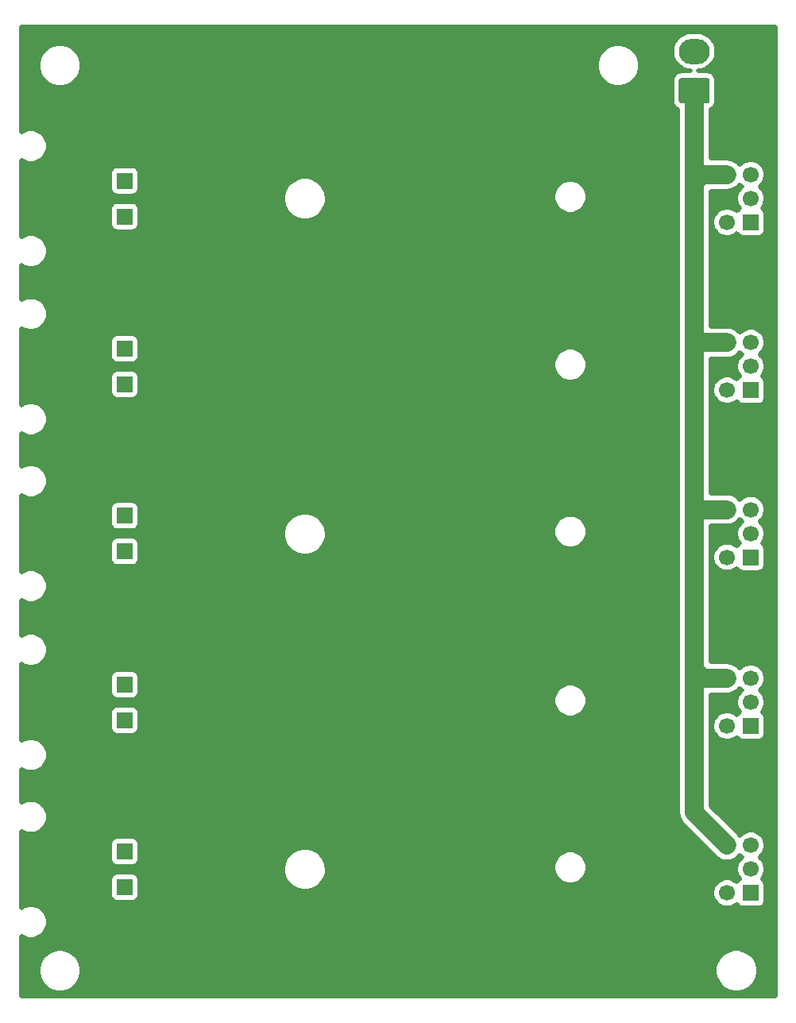
<source format=gbr>
%TF.GenerationSoftware,KiCad,Pcbnew,(5.1.8)-1*%
%TF.CreationDate,2021-10-07T22:13:12+08:00*%
%TF.ProjectId,Pad,5061642e-6b69-4636-9164-5f7063625858,rev?*%
%TF.SameCoordinates,Original*%
%TF.FileFunction,Copper,L4,Bot*%
%TF.FilePolarity,Positive*%
%FSLAX46Y46*%
G04 Gerber Fmt 4.6, Leading zero omitted, Abs format (unit mm)*
G04 Created by KiCad (PCBNEW (5.1.8)-1) date 2021-10-07 22:13:12*
%MOMM*%
%LPD*%
G01*
G04 APERTURE LIST*
%TA.AperFunction,ComponentPad*%
%ADD10R,1.700000X1.700000*%
%TD*%
%TA.AperFunction,ComponentPad*%
%ADD11O,3.300000X2.700000*%
%TD*%
%TA.AperFunction,ComponentPad*%
%ADD12C,1.700000*%
%TD*%
%TA.AperFunction,Conductor*%
%ADD13C,2.000000*%
%TD*%
%TA.AperFunction,Conductor*%
%ADD14C,0.500000*%
%TD*%
%TA.AperFunction,Conductor*%
%ADD15C,0.100000*%
%TD*%
G04 APERTURE END LIST*
D10*
%TO.P,J15,1*%
%TO.N,N/C*%
X124000000Y-129700000D03*
%TD*%
%TO.P,J14,1*%
%TO.N,N/C*%
X124000000Y-111900000D03*
%TD*%
%TO.P,J13,1*%
%TO.N,N/C*%
X124000000Y-93900000D03*
%TD*%
%TO.P,J12,1*%
%TO.N,N/C*%
X124000000Y-76100000D03*
%TD*%
%TO.P,J11,1*%
%TO.N,N/C*%
X124000000Y-125900000D03*
%TD*%
%TO.P,J10,1*%
%TO.N,N/C*%
X124000000Y-108100000D03*
%TD*%
%TO.P,J9,1*%
%TO.N,N/C*%
X124000000Y-90100000D03*
%TD*%
%TO.P,J8,1*%
%TO.N,N/C*%
X124000000Y-72300000D03*
%TD*%
%TO.P,J5,1*%
%TO.N,N/C*%
X124000000Y-58200000D03*
%TD*%
%TO.P,J2,1*%
%TO.N,N/C*%
X124000000Y-54400000D03*
%TD*%
D11*
%TO.P,J16,4*%
%TO.N,GND*%
X190200000Y-40600000D03*
%TO.P,J16,3*%
X190200000Y-44800000D03*
%TO.P,J16,2*%
%TO.N,-18V*%
X184700000Y-40600000D03*
%TO.P,J16,1*%
%TO.N,+18V*%
%TA.AperFunction,ComponentPad*%
G36*
G01*
X186099999Y-46150000D02*
X183300001Y-46150000D01*
G75*
G02*
X183050000Y-45899999I0J250001D01*
G01*
X183050000Y-43700001D01*
G75*
G02*
X183300001Y-43450000I250001J0D01*
G01*
X186099999Y-43450000D01*
G75*
G02*
X186350000Y-43700001I0J-250001D01*
G01*
X186350000Y-45899999D01*
G75*
G02*
X186099999Y-46150000I-250001J0D01*
G01*
G37*
%TD.AperFunction*%
%TD*%
D12*
%TO.P,J1,2*%
%TO.N,-18V*%
X188190000Y-58820000D03*
%TO.P,J1,3*%
%TO.N,N/C*%
X190730000Y-56280000D03*
%TO.P,J1,6*%
%TO.N,+18V*%
X188190000Y-53740000D03*
D10*
%TO.P,J1,1*%
%TO.N,N/C*%
X190730000Y-58820000D03*
D12*
%TO.P,J1,5*%
X190730000Y-53740000D03*
%TO.P,J1,4*%
%TO.N,GND*%
X188190000Y-56280000D03*
%TD*%
%TO.P,J4,2*%
%TO.N,-18V*%
X188190000Y-94520000D03*
%TO.P,J4,3*%
%TO.N,N/C*%
X190730000Y-91980000D03*
%TO.P,J4,6*%
%TO.N,+18V*%
X188190000Y-89440000D03*
D10*
%TO.P,J4,1*%
%TO.N,N/C*%
X190730000Y-94520000D03*
D12*
%TO.P,J4,5*%
X190730000Y-89440000D03*
%TO.P,J4,4*%
%TO.N,GND*%
X188190000Y-91980000D03*
%TD*%
%TO.P,J3,4*%
%TO.N,GND*%
X188190000Y-74180000D03*
%TO.P,J3,5*%
%TO.N,N/C*%
X190730000Y-71640000D03*
D10*
%TO.P,J3,1*%
X190730000Y-76720000D03*
D12*
%TO.P,J3,6*%
%TO.N,+18V*%
X188190000Y-71640000D03*
%TO.P,J3,3*%
%TO.N,N/C*%
X190730000Y-74180000D03*
%TO.P,J3,2*%
%TO.N,-18V*%
X188190000Y-76720000D03*
%TD*%
%TO.P,J6,2*%
%TO.N,-18V*%
X188190000Y-112520000D03*
%TO.P,J6,3*%
%TO.N,N/C*%
X190730000Y-109980000D03*
%TO.P,J6,6*%
%TO.N,+18V*%
X188190000Y-107440000D03*
D10*
%TO.P,J6,1*%
%TO.N,N/C*%
X190730000Y-112520000D03*
D12*
%TO.P,J6,5*%
X190730000Y-107440000D03*
%TO.P,J6,4*%
%TO.N,GND*%
X188190000Y-109980000D03*
%TD*%
%TO.P,J7,4*%
%TO.N,GND*%
X188190000Y-127780000D03*
%TO.P,J7,5*%
%TO.N,N/C*%
X190730000Y-125240000D03*
D10*
%TO.P,J7,1*%
X190730000Y-130320000D03*
D12*
%TO.P,J7,6*%
%TO.N,+18V*%
X188190000Y-125240000D03*
%TO.P,J7,3*%
%TO.N,N/C*%
X190730000Y-127780000D03*
%TO.P,J7,2*%
%TO.N,-18V*%
X188190000Y-130320000D03*
%TD*%
D13*
%TO.N,+18V*%
X184700000Y-121750000D02*
X188190000Y-125240000D01*
X185560000Y-53740000D02*
X184700000Y-54600000D01*
X188190000Y-53740000D02*
X185560000Y-53740000D01*
X184700000Y-44800000D02*
X184700000Y-54600000D01*
X184760000Y-71640000D02*
X184700000Y-71700000D01*
X188190000Y-71640000D02*
X184760000Y-71640000D01*
X184700000Y-54600000D02*
X184700000Y-71700000D01*
X184860000Y-89440000D02*
X184700000Y-89600000D01*
X188190000Y-89440000D02*
X184860000Y-89440000D01*
X184700000Y-71700000D02*
X184700000Y-89600000D01*
X185640000Y-107440000D02*
X184700000Y-106500000D01*
X188190000Y-107440000D02*
X185640000Y-107440000D01*
X184700000Y-106500000D02*
X184700000Y-121750000D01*
X184700000Y-89600000D02*
X184700000Y-106500000D01*
%TD*%
D14*
%TO.N,GND*%
X193325000Y-141325000D02*
X112975000Y-141325000D01*
X112975000Y-138368545D01*
X114750000Y-138368545D01*
X114750000Y-138831455D01*
X114840309Y-139285470D01*
X115017457Y-139713143D01*
X115274636Y-140098038D01*
X115601962Y-140425364D01*
X115986857Y-140682543D01*
X116414530Y-140859691D01*
X116868545Y-140950000D01*
X117331455Y-140950000D01*
X117785470Y-140859691D01*
X118213143Y-140682543D01*
X118598038Y-140425364D01*
X118925364Y-140098038D01*
X119182543Y-139713143D01*
X119359691Y-139285470D01*
X119450000Y-138831455D01*
X119450000Y-138368545D01*
X186850000Y-138368545D01*
X186850000Y-138831455D01*
X186940309Y-139285470D01*
X187117457Y-139713143D01*
X187374636Y-140098038D01*
X187701962Y-140425364D01*
X188086857Y-140682543D01*
X188514530Y-140859691D01*
X188968545Y-140950000D01*
X189431455Y-140950000D01*
X189885470Y-140859691D01*
X190313143Y-140682543D01*
X190698038Y-140425364D01*
X191025364Y-140098038D01*
X191282543Y-139713143D01*
X191459691Y-139285470D01*
X191550000Y-138831455D01*
X191550000Y-138368545D01*
X191459691Y-137914530D01*
X191282543Y-137486857D01*
X191025364Y-137101962D01*
X190698038Y-136774636D01*
X190313143Y-136517457D01*
X189885470Y-136340309D01*
X189431455Y-136250000D01*
X188968545Y-136250000D01*
X188514530Y-136340309D01*
X188086857Y-136517457D01*
X187701962Y-136774636D01*
X187374636Y-137101962D01*
X187117457Y-137486857D01*
X186940309Y-137914530D01*
X186850000Y-138368545D01*
X119450000Y-138368545D01*
X119359691Y-137914530D01*
X119182543Y-137486857D01*
X118925364Y-137101962D01*
X118598038Y-136774636D01*
X118213143Y-136517457D01*
X117785470Y-136340309D01*
X117331455Y-136250000D01*
X116868545Y-136250000D01*
X116414530Y-136340309D01*
X115986857Y-136517457D01*
X115601962Y-136774636D01*
X115274636Y-137101962D01*
X115017457Y-137486857D01*
X114840309Y-137914530D01*
X114750000Y-138368545D01*
X112975000Y-138368545D01*
X112975000Y-134940092D01*
X113123697Y-135039448D01*
X113460375Y-135178905D01*
X113817791Y-135250000D01*
X114182209Y-135250000D01*
X114539625Y-135178905D01*
X114876303Y-135039448D01*
X115179306Y-134836989D01*
X115436989Y-134579306D01*
X115639448Y-134276303D01*
X115778905Y-133939625D01*
X115850000Y-133582209D01*
X115850000Y-133217791D01*
X115778905Y-132860375D01*
X115639448Y-132523697D01*
X115436989Y-132220694D01*
X115179306Y-131963011D01*
X114876303Y-131760552D01*
X114539625Y-131621095D01*
X114182209Y-131550000D01*
X113817791Y-131550000D01*
X113460375Y-131621095D01*
X113123697Y-131760552D01*
X112975000Y-131859908D01*
X112975000Y-128850000D01*
X122396372Y-128850000D01*
X122396372Y-130550000D01*
X122410853Y-130697026D01*
X122453739Y-130838401D01*
X122523381Y-130968693D01*
X122617105Y-131082895D01*
X122731307Y-131176619D01*
X122861599Y-131246261D01*
X123002974Y-131289147D01*
X123150000Y-131303628D01*
X124850000Y-131303628D01*
X124997026Y-131289147D01*
X125138401Y-131246261D01*
X125268693Y-131176619D01*
X125382895Y-131082895D01*
X125476619Y-130968693D01*
X125546261Y-130838401D01*
X125589147Y-130697026D01*
X125603628Y-130550000D01*
X125603628Y-128850000D01*
X125589147Y-128702974D01*
X125546261Y-128561599D01*
X125476619Y-128431307D01*
X125382895Y-128317105D01*
X125268693Y-128223381D01*
X125138401Y-128153739D01*
X124997026Y-128110853D01*
X124850000Y-128096372D01*
X123150000Y-128096372D01*
X123002974Y-128110853D01*
X122861599Y-128153739D01*
X122731307Y-128223381D01*
X122617105Y-128317105D01*
X122523381Y-128431307D01*
X122453739Y-128561599D01*
X122410853Y-128702974D01*
X122396372Y-128850000D01*
X112975000Y-128850000D01*
X112975000Y-127568545D01*
X140850000Y-127568545D01*
X140850000Y-128031455D01*
X140940309Y-128485470D01*
X141117457Y-128913143D01*
X141374636Y-129298038D01*
X141701962Y-129625364D01*
X142086857Y-129882543D01*
X142514530Y-130059691D01*
X142968545Y-130150000D01*
X143431455Y-130150000D01*
X143885470Y-130059691D01*
X144313143Y-129882543D01*
X144698038Y-129625364D01*
X145025364Y-129298038D01*
X145282543Y-128913143D01*
X145459691Y-128485470D01*
X145550000Y-128031455D01*
X145550000Y-127568545D01*
X145520014Y-127417791D01*
X169650000Y-127417791D01*
X169650000Y-127782209D01*
X169721095Y-128139625D01*
X169860552Y-128476303D01*
X170063011Y-128779306D01*
X170320694Y-129036989D01*
X170623697Y-129239448D01*
X170960375Y-129378905D01*
X171317791Y-129450000D01*
X171682209Y-129450000D01*
X172039625Y-129378905D01*
X172376303Y-129239448D01*
X172679306Y-129036989D01*
X172936989Y-128779306D01*
X173139448Y-128476303D01*
X173278905Y-128139625D01*
X173350000Y-127782209D01*
X173350000Y-127417791D01*
X173278905Y-127060375D01*
X173139448Y-126723697D01*
X172936989Y-126420694D01*
X172679306Y-126163011D01*
X172376303Y-125960552D01*
X172039625Y-125821095D01*
X171682209Y-125750000D01*
X171317791Y-125750000D01*
X170960375Y-125821095D01*
X170623697Y-125960552D01*
X170320694Y-126163011D01*
X170063011Y-126420694D01*
X169860552Y-126723697D01*
X169721095Y-127060375D01*
X169650000Y-127417791D01*
X145520014Y-127417791D01*
X145459691Y-127114530D01*
X145282543Y-126686857D01*
X145025364Y-126301962D01*
X144698038Y-125974636D01*
X144313143Y-125717457D01*
X143885470Y-125540309D01*
X143431455Y-125450000D01*
X142968545Y-125450000D01*
X142514530Y-125540309D01*
X142086857Y-125717457D01*
X141701962Y-125974636D01*
X141374636Y-126301962D01*
X141117457Y-126686857D01*
X140940309Y-127114530D01*
X140850000Y-127568545D01*
X112975000Y-127568545D01*
X112975000Y-125050000D01*
X122396372Y-125050000D01*
X122396372Y-126750000D01*
X122410853Y-126897026D01*
X122453739Y-127038401D01*
X122523381Y-127168693D01*
X122617105Y-127282895D01*
X122731307Y-127376619D01*
X122861599Y-127446261D01*
X123002974Y-127489147D01*
X123150000Y-127503628D01*
X124850000Y-127503628D01*
X124997026Y-127489147D01*
X125138401Y-127446261D01*
X125268693Y-127376619D01*
X125382895Y-127282895D01*
X125476619Y-127168693D01*
X125546261Y-127038401D01*
X125589147Y-126897026D01*
X125603628Y-126750000D01*
X125603628Y-125050000D01*
X125589147Y-124902974D01*
X125546261Y-124761599D01*
X125476619Y-124631307D01*
X125382895Y-124517105D01*
X125268693Y-124423381D01*
X125138401Y-124353739D01*
X124997026Y-124310853D01*
X124850000Y-124296372D01*
X123150000Y-124296372D01*
X123002974Y-124310853D01*
X122861599Y-124353739D01*
X122731307Y-124423381D01*
X122617105Y-124517105D01*
X122523381Y-124631307D01*
X122453739Y-124761599D01*
X122410853Y-124902974D01*
X122396372Y-125050000D01*
X112975000Y-125050000D01*
X112975000Y-123740092D01*
X113123697Y-123839448D01*
X113460375Y-123978905D01*
X113817791Y-124050000D01*
X114182209Y-124050000D01*
X114539625Y-123978905D01*
X114876303Y-123839448D01*
X115179306Y-123636989D01*
X115436989Y-123379306D01*
X115639448Y-123076303D01*
X115778905Y-122739625D01*
X115850000Y-122382209D01*
X115850000Y-122017791D01*
X115778905Y-121660375D01*
X115639448Y-121323697D01*
X115436989Y-121020694D01*
X115179306Y-120763011D01*
X114876303Y-120560552D01*
X114539625Y-120421095D01*
X114182209Y-120350000D01*
X113817791Y-120350000D01*
X113460375Y-120421095D01*
X113123697Y-120560552D01*
X112975000Y-120659908D01*
X112975000Y-117140092D01*
X113123697Y-117239448D01*
X113460375Y-117378905D01*
X113817791Y-117450000D01*
X114182209Y-117450000D01*
X114539625Y-117378905D01*
X114876303Y-117239448D01*
X115179306Y-117036989D01*
X115436989Y-116779306D01*
X115639448Y-116476303D01*
X115778905Y-116139625D01*
X115850000Y-115782209D01*
X115850000Y-115417791D01*
X115778905Y-115060375D01*
X115639448Y-114723697D01*
X115436989Y-114420694D01*
X115179306Y-114163011D01*
X114876303Y-113960552D01*
X114539625Y-113821095D01*
X114182209Y-113750000D01*
X113817791Y-113750000D01*
X113460375Y-113821095D01*
X113123697Y-113960552D01*
X112975000Y-114059908D01*
X112975000Y-111050000D01*
X122396372Y-111050000D01*
X122396372Y-112750000D01*
X122410853Y-112897026D01*
X122453739Y-113038401D01*
X122523381Y-113168693D01*
X122617105Y-113282895D01*
X122731307Y-113376619D01*
X122861599Y-113446261D01*
X123002974Y-113489147D01*
X123150000Y-113503628D01*
X124850000Y-113503628D01*
X124997026Y-113489147D01*
X125138401Y-113446261D01*
X125268693Y-113376619D01*
X125382895Y-113282895D01*
X125476619Y-113168693D01*
X125546261Y-113038401D01*
X125589147Y-112897026D01*
X125603628Y-112750000D01*
X125603628Y-111050000D01*
X125589147Y-110902974D01*
X125546261Y-110761599D01*
X125476619Y-110631307D01*
X125382895Y-110517105D01*
X125268693Y-110423381D01*
X125138401Y-110353739D01*
X124997026Y-110310853D01*
X124850000Y-110296372D01*
X123150000Y-110296372D01*
X123002974Y-110310853D01*
X122861599Y-110353739D01*
X122731307Y-110423381D01*
X122617105Y-110517105D01*
X122523381Y-110631307D01*
X122453739Y-110761599D01*
X122410853Y-110902974D01*
X122396372Y-111050000D01*
X112975000Y-111050000D01*
X112975000Y-107250000D01*
X122396372Y-107250000D01*
X122396372Y-108950000D01*
X122410853Y-109097026D01*
X122453739Y-109238401D01*
X122523381Y-109368693D01*
X122617105Y-109482895D01*
X122731307Y-109576619D01*
X122861599Y-109646261D01*
X123002974Y-109689147D01*
X123150000Y-109703628D01*
X124850000Y-109703628D01*
X124997026Y-109689147D01*
X125138401Y-109646261D01*
X125191665Y-109617791D01*
X169650000Y-109617791D01*
X169650000Y-109982209D01*
X169721095Y-110339625D01*
X169860552Y-110676303D01*
X170063011Y-110979306D01*
X170320694Y-111236989D01*
X170623697Y-111439448D01*
X170960375Y-111578905D01*
X171317791Y-111650000D01*
X171682209Y-111650000D01*
X172039625Y-111578905D01*
X172376303Y-111439448D01*
X172679306Y-111236989D01*
X172936989Y-110979306D01*
X173139448Y-110676303D01*
X173278905Y-110339625D01*
X173350000Y-109982209D01*
X173350000Y-109617791D01*
X173278905Y-109260375D01*
X173139448Y-108923697D01*
X172936989Y-108620694D01*
X172679306Y-108363011D01*
X172376303Y-108160552D01*
X172039625Y-108021095D01*
X171682209Y-107950000D01*
X171317791Y-107950000D01*
X170960375Y-108021095D01*
X170623697Y-108160552D01*
X170320694Y-108363011D01*
X170063011Y-108620694D01*
X169860552Y-108923697D01*
X169721095Y-109260375D01*
X169650000Y-109617791D01*
X125191665Y-109617791D01*
X125268693Y-109576619D01*
X125382895Y-109482895D01*
X125476619Y-109368693D01*
X125546261Y-109238401D01*
X125589147Y-109097026D01*
X125603628Y-108950000D01*
X125603628Y-107250000D01*
X125589147Y-107102974D01*
X125546261Y-106961599D01*
X125476619Y-106831307D01*
X125382895Y-106717105D01*
X125268693Y-106623381D01*
X125138401Y-106553739D01*
X124997026Y-106510853D01*
X124850000Y-106496372D01*
X123150000Y-106496372D01*
X123002974Y-106510853D01*
X122861599Y-106553739D01*
X122731307Y-106623381D01*
X122617105Y-106717105D01*
X122523381Y-106831307D01*
X122453739Y-106961599D01*
X122410853Y-107102974D01*
X122396372Y-107250000D01*
X112975000Y-107250000D01*
X112975000Y-105940092D01*
X113123697Y-106039448D01*
X113460375Y-106178905D01*
X113817791Y-106250000D01*
X114182209Y-106250000D01*
X114539625Y-106178905D01*
X114876303Y-106039448D01*
X115179306Y-105836989D01*
X115436989Y-105579306D01*
X115639448Y-105276303D01*
X115778905Y-104939625D01*
X115850000Y-104582209D01*
X115850000Y-104217791D01*
X115778905Y-103860375D01*
X115639448Y-103523697D01*
X115436989Y-103220694D01*
X115179306Y-102963011D01*
X114876303Y-102760552D01*
X114539625Y-102621095D01*
X114182209Y-102550000D01*
X113817791Y-102550000D01*
X113460375Y-102621095D01*
X113123697Y-102760552D01*
X112975000Y-102859908D01*
X112975000Y-99140092D01*
X113123697Y-99239448D01*
X113460375Y-99378905D01*
X113817791Y-99450000D01*
X114182209Y-99450000D01*
X114539625Y-99378905D01*
X114876303Y-99239448D01*
X115179306Y-99036989D01*
X115436989Y-98779306D01*
X115639448Y-98476303D01*
X115778905Y-98139625D01*
X115850000Y-97782209D01*
X115850000Y-97417791D01*
X115778905Y-97060375D01*
X115639448Y-96723697D01*
X115436989Y-96420694D01*
X115179306Y-96163011D01*
X114876303Y-95960552D01*
X114539625Y-95821095D01*
X114182209Y-95750000D01*
X113817791Y-95750000D01*
X113460375Y-95821095D01*
X113123697Y-95960552D01*
X112975000Y-96059908D01*
X112975000Y-93050000D01*
X122396372Y-93050000D01*
X122396372Y-94750000D01*
X122410853Y-94897026D01*
X122453739Y-95038401D01*
X122523381Y-95168693D01*
X122617105Y-95282895D01*
X122731307Y-95376619D01*
X122861599Y-95446261D01*
X123002974Y-95489147D01*
X123150000Y-95503628D01*
X124850000Y-95503628D01*
X124997026Y-95489147D01*
X125138401Y-95446261D01*
X125268693Y-95376619D01*
X125382895Y-95282895D01*
X125476619Y-95168693D01*
X125546261Y-95038401D01*
X125589147Y-94897026D01*
X125603628Y-94750000D01*
X125603628Y-93050000D01*
X125589147Y-92902974D01*
X125546261Y-92761599D01*
X125476619Y-92631307D01*
X125382895Y-92517105D01*
X125268693Y-92423381D01*
X125138401Y-92353739D01*
X124997026Y-92310853D01*
X124850000Y-92296372D01*
X123150000Y-92296372D01*
X123002974Y-92310853D01*
X122861599Y-92353739D01*
X122731307Y-92423381D01*
X122617105Y-92517105D01*
X122523381Y-92631307D01*
X122453739Y-92761599D01*
X122410853Y-92902974D01*
X122396372Y-93050000D01*
X112975000Y-93050000D01*
X112975000Y-91818545D01*
X140850000Y-91818545D01*
X140850000Y-92281455D01*
X140940309Y-92735470D01*
X141117457Y-93163143D01*
X141374636Y-93548038D01*
X141701962Y-93875364D01*
X142086857Y-94132543D01*
X142514530Y-94309691D01*
X142968545Y-94400000D01*
X143431455Y-94400000D01*
X143885470Y-94309691D01*
X144313143Y-94132543D01*
X144698038Y-93875364D01*
X145025364Y-93548038D01*
X145282543Y-93163143D01*
X145459691Y-92735470D01*
X145550000Y-92281455D01*
X145550000Y-91818545D01*
X145510068Y-91617791D01*
X169650000Y-91617791D01*
X169650000Y-91982209D01*
X169721095Y-92339625D01*
X169860552Y-92676303D01*
X170063011Y-92979306D01*
X170320694Y-93236989D01*
X170623697Y-93439448D01*
X170960375Y-93578905D01*
X171317791Y-93650000D01*
X171682209Y-93650000D01*
X172039625Y-93578905D01*
X172376303Y-93439448D01*
X172679306Y-93236989D01*
X172936989Y-92979306D01*
X173139448Y-92676303D01*
X173278905Y-92339625D01*
X173350000Y-91982209D01*
X173350000Y-91617791D01*
X173278905Y-91260375D01*
X173139448Y-90923697D01*
X172936989Y-90620694D01*
X172679306Y-90363011D01*
X172376303Y-90160552D01*
X172039625Y-90021095D01*
X171682209Y-89950000D01*
X171317791Y-89950000D01*
X170960375Y-90021095D01*
X170623697Y-90160552D01*
X170320694Y-90363011D01*
X170063011Y-90620694D01*
X169860552Y-90923697D01*
X169721095Y-91260375D01*
X169650000Y-91617791D01*
X145510068Y-91617791D01*
X145459691Y-91364530D01*
X145282543Y-90936857D01*
X145025364Y-90551962D01*
X144698038Y-90224636D01*
X144313143Y-89967457D01*
X143885470Y-89790309D01*
X143431455Y-89700000D01*
X142968545Y-89700000D01*
X142514530Y-89790309D01*
X142086857Y-89967457D01*
X141701962Y-90224636D01*
X141374636Y-90551962D01*
X141117457Y-90936857D01*
X140940309Y-91364530D01*
X140850000Y-91818545D01*
X112975000Y-91818545D01*
X112975000Y-89250000D01*
X122396372Y-89250000D01*
X122396372Y-90950000D01*
X122410853Y-91097026D01*
X122453739Y-91238401D01*
X122523381Y-91368693D01*
X122617105Y-91482895D01*
X122731307Y-91576619D01*
X122861599Y-91646261D01*
X123002974Y-91689147D01*
X123150000Y-91703628D01*
X124850000Y-91703628D01*
X124997026Y-91689147D01*
X125138401Y-91646261D01*
X125268693Y-91576619D01*
X125382895Y-91482895D01*
X125476619Y-91368693D01*
X125546261Y-91238401D01*
X125589147Y-91097026D01*
X125603628Y-90950000D01*
X125603628Y-89250000D01*
X125589147Y-89102974D01*
X125546261Y-88961599D01*
X125476619Y-88831307D01*
X125382895Y-88717105D01*
X125268693Y-88623381D01*
X125138401Y-88553739D01*
X124997026Y-88510853D01*
X124850000Y-88496372D01*
X123150000Y-88496372D01*
X123002974Y-88510853D01*
X122861599Y-88553739D01*
X122731307Y-88623381D01*
X122617105Y-88717105D01*
X122523381Y-88831307D01*
X122453739Y-88961599D01*
X122410853Y-89102974D01*
X122396372Y-89250000D01*
X112975000Y-89250000D01*
X112975000Y-87940092D01*
X113123697Y-88039448D01*
X113460375Y-88178905D01*
X113817791Y-88250000D01*
X114182209Y-88250000D01*
X114539625Y-88178905D01*
X114876303Y-88039448D01*
X115179306Y-87836989D01*
X115436989Y-87579306D01*
X115639448Y-87276303D01*
X115778905Y-86939625D01*
X115850000Y-86582209D01*
X115850000Y-86217791D01*
X115778905Y-85860375D01*
X115639448Y-85523697D01*
X115436989Y-85220694D01*
X115179306Y-84963011D01*
X114876303Y-84760552D01*
X114539625Y-84621095D01*
X114182209Y-84550000D01*
X113817791Y-84550000D01*
X113460375Y-84621095D01*
X113123697Y-84760552D01*
X112975000Y-84859908D01*
X112975000Y-81340092D01*
X113123697Y-81439448D01*
X113460375Y-81578905D01*
X113817791Y-81650000D01*
X114182209Y-81650000D01*
X114539625Y-81578905D01*
X114876303Y-81439448D01*
X115179306Y-81236989D01*
X115436989Y-80979306D01*
X115639448Y-80676303D01*
X115778905Y-80339625D01*
X115850000Y-79982209D01*
X115850000Y-79617791D01*
X115778905Y-79260375D01*
X115639448Y-78923697D01*
X115436989Y-78620694D01*
X115179306Y-78363011D01*
X114876303Y-78160552D01*
X114539625Y-78021095D01*
X114182209Y-77950000D01*
X113817791Y-77950000D01*
X113460375Y-78021095D01*
X113123697Y-78160552D01*
X112975000Y-78259908D01*
X112975000Y-75250000D01*
X122396372Y-75250000D01*
X122396372Y-76950000D01*
X122410853Y-77097026D01*
X122453739Y-77238401D01*
X122523381Y-77368693D01*
X122617105Y-77482895D01*
X122731307Y-77576619D01*
X122861599Y-77646261D01*
X123002974Y-77689147D01*
X123150000Y-77703628D01*
X124850000Y-77703628D01*
X124997026Y-77689147D01*
X125138401Y-77646261D01*
X125268693Y-77576619D01*
X125382895Y-77482895D01*
X125476619Y-77368693D01*
X125546261Y-77238401D01*
X125589147Y-77097026D01*
X125603628Y-76950000D01*
X125603628Y-75250000D01*
X125589147Y-75102974D01*
X125546261Y-74961599D01*
X125476619Y-74831307D01*
X125382895Y-74717105D01*
X125268693Y-74623381D01*
X125138401Y-74553739D01*
X124997026Y-74510853D01*
X124850000Y-74496372D01*
X123150000Y-74496372D01*
X123002974Y-74510853D01*
X122861599Y-74553739D01*
X122731307Y-74623381D01*
X122617105Y-74717105D01*
X122523381Y-74831307D01*
X122453739Y-74961599D01*
X122410853Y-75102974D01*
X122396372Y-75250000D01*
X112975000Y-75250000D01*
X112975000Y-71450000D01*
X122396372Y-71450000D01*
X122396372Y-73150000D01*
X122410853Y-73297026D01*
X122453739Y-73438401D01*
X122523381Y-73568693D01*
X122617105Y-73682895D01*
X122731307Y-73776619D01*
X122861599Y-73846261D01*
X123002974Y-73889147D01*
X123150000Y-73903628D01*
X124850000Y-73903628D01*
X124997026Y-73889147D01*
X125138401Y-73846261D01*
X125191665Y-73817791D01*
X169650000Y-73817791D01*
X169650000Y-74182209D01*
X169721095Y-74539625D01*
X169860552Y-74876303D01*
X170063011Y-75179306D01*
X170320694Y-75436989D01*
X170623697Y-75639448D01*
X170960375Y-75778905D01*
X171317791Y-75850000D01*
X171682209Y-75850000D01*
X172039625Y-75778905D01*
X172376303Y-75639448D01*
X172679306Y-75436989D01*
X172936989Y-75179306D01*
X173139448Y-74876303D01*
X173278905Y-74539625D01*
X173350000Y-74182209D01*
X173350000Y-73817791D01*
X173278905Y-73460375D01*
X173139448Y-73123697D01*
X172936989Y-72820694D01*
X172679306Y-72563011D01*
X172376303Y-72360552D01*
X172039625Y-72221095D01*
X171682209Y-72150000D01*
X171317791Y-72150000D01*
X170960375Y-72221095D01*
X170623697Y-72360552D01*
X170320694Y-72563011D01*
X170063011Y-72820694D01*
X169860552Y-73123697D01*
X169721095Y-73460375D01*
X169650000Y-73817791D01*
X125191665Y-73817791D01*
X125268693Y-73776619D01*
X125382895Y-73682895D01*
X125476619Y-73568693D01*
X125546261Y-73438401D01*
X125589147Y-73297026D01*
X125603628Y-73150000D01*
X125603628Y-71450000D01*
X125589147Y-71302974D01*
X125546261Y-71161599D01*
X125476619Y-71031307D01*
X125382895Y-70917105D01*
X125268693Y-70823381D01*
X125138401Y-70753739D01*
X124997026Y-70710853D01*
X124850000Y-70696372D01*
X123150000Y-70696372D01*
X123002974Y-70710853D01*
X122861599Y-70753739D01*
X122731307Y-70823381D01*
X122617105Y-70917105D01*
X122523381Y-71031307D01*
X122453739Y-71161599D01*
X122410853Y-71302974D01*
X122396372Y-71450000D01*
X112975000Y-71450000D01*
X112975000Y-70140092D01*
X113123697Y-70239448D01*
X113460375Y-70378905D01*
X113817791Y-70450000D01*
X114182209Y-70450000D01*
X114539625Y-70378905D01*
X114876303Y-70239448D01*
X115179306Y-70036989D01*
X115436989Y-69779306D01*
X115639448Y-69476303D01*
X115778905Y-69139625D01*
X115850000Y-68782209D01*
X115850000Y-68417791D01*
X115778905Y-68060375D01*
X115639448Y-67723697D01*
X115436989Y-67420694D01*
X115179306Y-67163011D01*
X114876303Y-66960552D01*
X114539625Y-66821095D01*
X114182209Y-66750000D01*
X113817791Y-66750000D01*
X113460375Y-66821095D01*
X113123697Y-66960552D01*
X112975000Y-67059908D01*
X112975000Y-63440092D01*
X113123697Y-63539448D01*
X113460375Y-63678905D01*
X113817791Y-63750000D01*
X114182209Y-63750000D01*
X114539625Y-63678905D01*
X114876303Y-63539448D01*
X115179306Y-63336989D01*
X115436989Y-63079306D01*
X115639448Y-62776303D01*
X115778905Y-62439625D01*
X115850000Y-62082209D01*
X115850000Y-61717791D01*
X115778905Y-61360375D01*
X115639448Y-61023697D01*
X115436989Y-60720694D01*
X115179306Y-60463011D01*
X114876303Y-60260552D01*
X114539625Y-60121095D01*
X114182209Y-60050000D01*
X113817791Y-60050000D01*
X113460375Y-60121095D01*
X113123697Y-60260552D01*
X112975000Y-60359908D01*
X112975000Y-57350000D01*
X122396372Y-57350000D01*
X122396372Y-59050000D01*
X122410853Y-59197026D01*
X122453739Y-59338401D01*
X122523381Y-59468693D01*
X122617105Y-59582895D01*
X122731307Y-59676619D01*
X122861599Y-59746261D01*
X123002974Y-59789147D01*
X123150000Y-59803628D01*
X124850000Y-59803628D01*
X124997026Y-59789147D01*
X125138401Y-59746261D01*
X125268693Y-59676619D01*
X125382895Y-59582895D01*
X125476619Y-59468693D01*
X125546261Y-59338401D01*
X125589147Y-59197026D01*
X125603628Y-59050000D01*
X125603628Y-57350000D01*
X125589147Y-57202974D01*
X125546261Y-57061599D01*
X125476619Y-56931307D01*
X125382895Y-56817105D01*
X125268693Y-56723381D01*
X125138401Y-56653739D01*
X124997026Y-56610853D01*
X124850000Y-56596372D01*
X123150000Y-56596372D01*
X123002974Y-56610853D01*
X122861599Y-56653739D01*
X122731307Y-56723381D01*
X122617105Y-56817105D01*
X122523381Y-56931307D01*
X122453739Y-57061599D01*
X122410853Y-57202974D01*
X122396372Y-57350000D01*
X112975000Y-57350000D01*
X112975000Y-56068545D01*
X140850000Y-56068545D01*
X140850000Y-56531455D01*
X140940309Y-56985470D01*
X141117457Y-57413143D01*
X141374636Y-57798038D01*
X141701962Y-58125364D01*
X142086857Y-58382543D01*
X142514530Y-58559691D01*
X142968545Y-58650000D01*
X143431455Y-58650000D01*
X143885470Y-58559691D01*
X144313143Y-58382543D01*
X144698038Y-58125364D01*
X145025364Y-57798038D01*
X145282543Y-57413143D01*
X145459691Y-56985470D01*
X145550000Y-56531455D01*
X145550000Y-56068545D01*
X145520014Y-55917791D01*
X169650000Y-55917791D01*
X169650000Y-56282209D01*
X169721095Y-56639625D01*
X169860552Y-56976303D01*
X170063011Y-57279306D01*
X170320694Y-57536989D01*
X170623697Y-57739448D01*
X170960375Y-57878905D01*
X171317791Y-57950000D01*
X171682209Y-57950000D01*
X172039625Y-57878905D01*
X172376303Y-57739448D01*
X172679306Y-57536989D01*
X172936989Y-57279306D01*
X173139448Y-56976303D01*
X173278905Y-56639625D01*
X173350000Y-56282209D01*
X173350000Y-55917791D01*
X173278905Y-55560375D01*
X173139448Y-55223697D01*
X172936989Y-54920694D01*
X172679306Y-54663011D01*
X172376303Y-54460552D01*
X172039625Y-54321095D01*
X171682209Y-54250000D01*
X171317791Y-54250000D01*
X170960375Y-54321095D01*
X170623697Y-54460552D01*
X170320694Y-54663011D01*
X170063011Y-54920694D01*
X169860552Y-55223697D01*
X169721095Y-55560375D01*
X169650000Y-55917791D01*
X145520014Y-55917791D01*
X145459691Y-55614530D01*
X145282543Y-55186857D01*
X145025364Y-54801962D01*
X144698038Y-54474636D01*
X144313143Y-54217457D01*
X143885470Y-54040309D01*
X143431455Y-53950000D01*
X142968545Y-53950000D01*
X142514530Y-54040309D01*
X142086857Y-54217457D01*
X141701962Y-54474636D01*
X141374636Y-54801962D01*
X141117457Y-55186857D01*
X140940309Y-55614530D01*
X140850000Y-56068545D01*
X112975000Y-56068545D01*
X112975000Y-53550000D01*
X122396372Y-53550000D01*
X122396372Y-55250000D01*
X122410853Y-55397026D01*
X122453739Y-55538401D01*
X122523381Y-55668693D01*
X122617105Y-55782895D01*
X122731307Y-55876619D01*
X122861599Y-55946261D01*
X123002974Y-55989147D01*
X123150000Y-56003628D01*
X124850000Y-56003628D01*
X124997026Y-55989147D01*
X125138401Y-55946261D01*
X125268693Y-55876619D01*
X125382895Y-55782895D01*
X125476619Y-55668693D01*
X125546261Y-55538401D01*
X125589147Y-55397026D01*
X125603628Y-55250000D01*
X125603628Y-53550000D01*
X125589147Y-53402974D01*
X125546261Y-53261599D01*
X125476619Y-53131307D01*
X125382895Y-53017105D01*
X125268693Y-52923381D01*
X125138401Y-52853739D01*
X124997026Y-52810853D01*
X124850000Y-52796372D01*
X123150000Y-52796372D01*
X123002974Y-52810853D01*
X122861599Y-52853739D01*
X122731307Y-52923381D01*
X122617105Y-53017105D01*
X122523381Y-53131307D01*
X122453739Y-53261599D01*
X122410853Y-53402974D01*
X122396372Y-53550000D01*
X112975000Y-53550000D01*
X112975000Y-52240092D01*
X113123697Y-52339448D01*
X113460375Y-52478905D01*
X113817791Y-52550000D01*
X114182209Y-52550000D01*
X114539625Y-52478905D01*
X114876303Y-52339448D01*
X115179306Y-52136989D01*
X115436989Y-51879306D01*
X115639448Y-51576303D01*
X115778905Y-51239625D01*
X115850000Y-50882209D01*
X115850000Y-50517791D01*
X115778905Y-50160375D01*
X115639448Y-49823697D01*
X115436989Y-49520694D01*
X115179306Y-49263011D01*
X114876303Y-49060552D01*
X114539625Y-48921095D01*
X114182209Y-48850000D01*
X113817791Y-48850000D01*
X113460375Y-48921095D01*
X113123697Y-49060552D01*
X112975000Y-49159908D01*
X112975000Y-41868545D01*
X114750000Y-41868545D01*
X114750000Y-42331455D01*
X114840309Y-42785470D01*
X115017457Y-43213143D01*
X115274636Y-43598038D01*
X115601962Y-43925364D01*
X115986857Y-44182543D01*
X116414530Y-44359691D01*
X116868545Y-44450000D01*
X117331455Y-44450000D01*
X117785470Y-44359691D01*
X118213143Y-44182543D01*
X118598038Y-43925364D01*
X118925364Y-43598038D01*
X119182543Y-43213143D01*
X119359691Y-42785470D01*
X119450000Y-42331455D01*
X119450000Y-41868545D01*
X174250000Y-41868545D01*
X174250000Y-42331455D01*
X174340309Y-42785470D01*
X174517457Y-43213143D01*
X174774636Y-43598038D01*
X175101962Y-43925364D01*
X175486857Y-44182543D01*
X175914530Y-44359691D01*
X176368545Y-44450000D01*
X176831455Y-44450000D01*
X177285470Y-44359691D01*
X177713143Y-44182543D01*
X178098038Y-43925364D01*
X178425364Y-43598038D01*
X178682543Y-43213143D01*
X178859691Y-42785470D01*
X178950000Y-42331455D01*
X178950000Y-41868545D01*
X178859691Y-41414530D01*
X178682543Y-40986857D01*
X178425364Y-40601962D01*
X178423402Y-40600000D01*
X182289839Y-40600000D01*
X182330385Y-41011672D01*
X182450465Y-41407524D01*
X182645465Y-41772343D01*
X182907891Y-42092109D01*
X183227657Y-42354535D01*
X183592476Y-42549535D01*
X183988328Y-42669615D01*
X184259997Y-42696372D01*
X183300001Y-42696372D01*
X183104203Y-42715656D01*
X182915929Y-42772769D01*
X182742415Y-42865514D01*
X182590328Y-42990328D01*
X182465514Y-43142415D01*
X182372769Y-43315929D01*
X182315656Y-43504203D01*
X182296372Y-43700001D01*
X182296372Y-45899999D01*
X182315656Y-46095797D01*
X182372769Y-46284071D01*
X182465514Y-46457585D01*
X182590328Y-46609672D01*
X182742415Y-46734486D01*
X182915929Y-46827231D01*
X182950000Y-46837567D01*
X182950001Y-54514025D01*
X182941533Y-54600000D01*
X182950000Y-54685965D01*
X182950001Y-71614023D01*
X182950000Y-71614032D01*
X182941533Y-71700000D01*
X182950000Y-71785965D01*
X182950001Y-89514023D01*
X182950000Y-89514032D01*
X182941533Y-89600000D01*
X182950000Y-89685965D01*
X182950001Y-106414025D01*
X182941533Y-106500000D01*
X182950000Y-106585965D01*
X182950001Y-121664025D01*
X182941533Y-121750000D01*
X182975322Y-122093059D01*
X183075389Y-122422936D01*
X183237888Y-122726952D01*
X183248289Y-122739625D01*
X183456577Y-122993424D01*
X183523351Y-123048224D01*
X187013351Y-126538225D01*
X187213047Y-126702112D01*
X187517063Y-126864611D01*
X187846939Y-126964678D01*
X188189999Y-126998466D01*
X188533059Y-126964678D01*
X188862936Y-126864611D01*
X189166951Y-126702112D01*
X189433423Y-126483423D01*
X189558399Y-126331141D01*
X189710059Y-126482801D01*
X189750765Y-126510000D01*
X189710059Y-126537199D01*
X189487199Y-126760059D01*
X189312098Y-127022116D01*
X189191487Y-127313297D01*
X189130000Y-127622414D01*
X189130000Y-127937586D01*
X189191487Y-128246703D01*
X189312098Y-128537884D01*
X189487199Y-128799941D01*
X189506489Y-128819231D01*
X189461307Y-128843381D01*
X189347105Y-128937105D01*
X189253381Y-129051307D01*
X189229231Y-129096489D01*
X189209941Y-129077199D01*
X188947884Y-128902098D01*
X188656703Y-128781487D01*
X188347586Y-128720000D01*
X188032414Y-128720000D01*
X187723297Y-128781487D01*
X187432116Y-128902098D01*
X187170059Y-129077199D01*
X186947199Y-129300059D01*
X186772098Y-129562116D01*
X186651487Y-129853297D01*
X186590000Y-130162414D01*
X186590000Y-130477586D01*
X186651487Y-130786703D01*
X186772098Y-131077884D01*
X186947199Y-131339941D01*
X187170059Y-131562801D01*
X187432116Y-131737902D01*
X187723297Y-131858513D01*
X188032414Y-131920000D01*
X188347586Y-131920000D01*
X188656703Y-131858513D01*
X188947884Y-131737902D01*
X189209941Y-131562801D01*
X189229231Y-131543511D01*
X189253381Y-131588693D01*
X189347105Y-131702895D01*
X189461307Y-131796619D01*
X189591599Y-131866261D01*
X189732974Y-131909147D01*
X189880000Y-131923628D01*
X191580000Y-131923628D01*
X191727026Y-131909147D01*
X191868401Y-131866261D01*
X191998693Y-131796619D01*
X192112895Y-131702895D01*
X192206619Y-131588693D01*
X192276261Y-131458401D01*
X192319147Y-131317026D01*
X192333628Y-131170000D01*
X192333628Y-129470000D01*
X192319147Y-129322974D01*
X192276261Y-129181599D01*
X192206619Y-129051307D01*
X192112895Y-128937105D01*
X191998693Y-128843381D01*
X191953511Y-128819231D01*
X191972801Y-128799941D01*
X192147902Y-128537884D01*
X192268513Y-128246703D01*
X192330000Y-127937586D01*
X192330000Y-127622414D01*
X192268513Y-127313297D01*
X192147902Y-127022116D01*
X191972801Y-126760059D01*
X191749941Y-126537199D01*
X191709235Y-126510000D01*
X191749941Y-126482801D01*
X191972801Y-126259941D01*
X192147902Y-125997884D01*
X192268513Y-125706703D01*
X192330000Y-125397586D01*
X192330000Y-125082414D01*
X192268513Y-124773297D01*
X192147902Y-124482116D01*
X191972801Y-124220059D01*
X191749941Y-123997199D01*
X191487884Y-123822098D01*
X191196703Y-123701487D01*
X190887586Y-123640000D01*
X190572414Y-123640000D01*
X190263297Y-123701487D01*
X189972116Y-123822098D01*
X189710059Y-123997199D01*
X189558400Y-124148858D01*
X189488225Y-124063351D01*
X186450000Y-121025127D01*
X186450000Y-109190000D01*
X188275968Y-109190000D01*
X188533060Y-109164679D01*
X188862936Y-109064612D01*
X189166952Y-108902112D01*
X189433424Y-108683424D01*
X189558399Y-108531141D01*
X189710059Y-108682801D01*
X189750765Y-108710000D01*
X189710059Y-108737199D01*
X189487199Y-108960059D01*
X189312098Y-109222116D01*
X189191487Y-109513297D01*
X189130000Y-109822414D01*
X189130000Y-110137586D01*
X189191487Y-110446703D01*
X189312098Y-110737884D01*
X189487199Y-110999941D01*
X189506489Y-111019231D01*
X189461307Y-111043381D01*
X189347105Y-111137105D01*
X189253381Y-111251307D01*
X189229231Y-111296489D01*
X189209941Y-111277199D01*
X188947884Y-111102098D01*
X188656703Y-110981487D01*
X188347586Y-110920000D01*
X188032414Y-110920000D01*
X187723297Y-110981487D01*
X187432116Y-111102098D01*
X187170059Y-111277199D01*
X186947199Y-111500059D01*
X186772098Y-111762116D01*
X186651487Y-112053297D01*
X186590000Y-112362414D01*
X186590000Y-112677586D01*
X186651487Y-112986703D01*
X186772098Y-113277884D01*
X186947199Y-113539941D01*
X187170059Y-113762801D01*
X187432116Y-113937902D01*
X187723297Y-114058513D01*
X188032414Y-114120000D01*
X188347586Y-114120000D01*
X188656703Y-114058513D01*
X188947884Y-113937902D01*
X189209941Y-113762801D01*
X189229231Y-113743511D01*
X189253381Y-113788693D01*
X189347105Y-113902895D01*
X189461307Y-113996619D01*
X189591599Y-114066261D01*
X189732974Y-114109147D01*
X189880000Y-114123628D01*
X191580000Y-114123628D01*
X191727026Y-114109147D01*
X191868401Y-114066261D01*
X191998693Y-113996619D01*
X192112895Y-113902895D01*
X192206619Y-113788693D01*
X192276261Y-113658401D01*
X192319147Y-113517026D01*
X192333628Y-113370000D01*
X192333628Y-111670000D01*
X192319147Y-111522974D01*
X192276261Y-111381599D01*
X192206619Y-111251307D01*
X192112895Y-111137105D01*
X191998693Y-111043381D01*
X191953511Y-111019231D01*
X191972801Y-110999941D01*
X192147902Y-110737884D01*
X192268513Y-110446703D01*
X192330000Y-110137586D01*
X192330000Y-109822414D01*
X192268513Y-109513297D01*
X192147902Y-109222116D01*
X191972801Y-108960059D01*
X191749941Y-108737199D01*
X191709235Y-108710000D01*
X191749941Y-108682801D01*
X191972801Y-108459941D01*
X192147902Y-108197884D01*
X192268513Y-107906703D01*
X192330000Y-107597586D01*
X192330000Y-107282414D01*
X192268513Y-106973297D01*
X192147902Y-106682116D01*
X191972801Y-106420059D01*
X191749941Y-106197199D01*
X191487884Y-106022098D01*
X191196703Y-105901487D01*
X190887586Y-105840000D01*
X190572414Y-105840000D01*
X190263297Y-105901487D01*
X189972116Y-106022098D01*
X189710059Y-106197199D01*
X189558399Y-106348859D01*
X189433424Y-106196576D01*
X189166952Y-105977888D01*
X188862936Y-105815388D01*
X188533060Y-105715321D01*
X188275968Y-105690000D01*
X186450000Y-105690000D01*
X186450000Y-91190000D01*
X188275968Y-91190000D01*
X188533060Y-91164679D01*
X188862936Y-91064612D01*
X189166952Y-90902112D01*
X189433424Y-90683424D01*
X189558399Y-90531141D01*
X189710059Y-90682801D01*
X189750765Y-90710000D01*
X189710059Y-90737199D01*
X189487199Y-90960059D01*
X189312098Y-91222116D01*
X189191487Y-91513297D01*
X189130000Y-91822414D01*
X189130000Y-92137586D01*
X189191487Y-92446703D01*
X189312098Y-92737884D01*
X189487199Y-92999941D01*
X189506489Y-93019231D01*
X189461307Y-93043381D01*
X189347105Y-93137105D01*
X189253381Y-93251307D01*
X189229231Y-93296489D01*
X189209941Y-93277199D01*
X188947884Y-93102098D01*
X188656703Y-92981487D01*
X188347586Y-92920000D01*
X188032414Y-92920000D01*
X187723297Y-92981487D01*
X187432116Y-93102098D01*
X187170059Y-93277199D01*
X186947199Y-93500059D01*
X186772098Y-93762116D01*
X186651487Y-94053297D01*
X186590000Y-94362414D01*
X186590000Y-94677586D01*
X186651487Y-94986703D01*
X186772098Y-95277884D01*
X186947199Y-95539941D01*
X187170059Y-95762801D01*
X187432116Y-95937902D01*
X187723297Y-96058513D01*
X188032414Y-96120000D01*
X188347586Y-96120000D01*
X188656703Y-96058513D01*
X188947884Y-95937902D01*
X189209941Y-95762801D01*
X189229231Y-95743511D01*
X189253381Y-95788693D01*
X189347105Y-95902895D01*
X189461307Y-95996619D01*
X189591599Y-96066261D01*
X189732974Y-96109147D01*
X189880000Y-96123628D01*
X191580000Y-96123628D01*
X191727026Y-96109147D01*
X191868401Y-96066261D01*
X191998693Y-95996619D01*
X192112895Y-95902895D01*
X192206619Y-95788693D01*
X192276261Y-95658401D01*
X192319147Y-95517026D01*
X192333628Y-95370000D01*
X192333628Y-93670000D01*
X192319147Y-93522974D01*
X192276261Y-93381599D01*
X192206619Y-93251307D01*
X192112895Y-93137105D01*
X191998693Y-93043381D01*
X191953511Y-93019231D01*
X191972801Y-92999941D01*
X192147902Y-92737884D01*
X192268513Y-92446703D01*
X192330000Y-92137586D01*
X192330000Y-91822414D01*
X192268513Y-91513297D01*
X192147902Y-91222116D01*
X191972801Y-90960059D01*
X191749941Y-90737199D01*
X191709235Y-90710000D01*
X191749941Y-90682801D01*
X191972801Y-90459941D01*
X192147902Y-90197884D01*
X192268513Y-89906703D01*
X192330000Y-89597586D01*
X192330000Y-89282414D01*
X192268513Y-88973297D01*
X192147902Y-88682116D01*
X191972801Y-88420059D01*
X191749941Y-88197199D01*
X191487884Y-88022098D01*
X191196703Y-87901487D01*
X190887586Y-87840000D01*
X190572414Y-87840000D01*
X190263297Y-87901487D01*
X189972116Y-88022098D01*
X189710059Y-88197199D01*
X189558399Y-88348859D01*
X189433424Y-88196576D01*
X189166952Y-87977888D01*
X188862936Y-87815388D01*
X188533060Y-87715321D01*
X188275968Y-87690000D01*
X186450000Y-87690000D01*
X186450000Y-73390000D01*
X188275968Y-73390000D01*
X188533060Y-73364679D01*
X188862936Y-73264612D01*
X189166952Y-73102112D01*
X189433424Y-72883424D01*
X189558399Y-72731141D01*
X189710059Y-72882801D01*
X189750765Y-72910000D01*
X189710059Y-72937199D01*
X189487199Y-73160059D01*
X189312098Y-73422116D01*
X189191487Y-73713297D01*
X189130000Y-74022414D01*
X189130000Y-74337586D01*
X189191487Y-74646703D01*
X189312098Y-74937884D01*
X189487199Y-75199941D01*
X189506489Y-75219231D01*
X189461307Y-75243381D01*
X189347105Y-75337105D01*
X189253381Y-75451307D01*
X189229231Y-75496489D01*
X189209941Y-75477199D01*
X188947884Y-75302098D01*
X188656703Y-75181487D01*
X188347586Y-75120000D01*
X188032414Y-75120000D01*
X187723297Y-75181487D01*
X187432116Y-75302098D01*
X187170059Y-75477199D01*
X186947199Y-75700059D01*
X186772098Y-75962116D01*
X186651487Y-76253297D01*
X186590000Y-76562414D01*
X186590000Y-76877586D01*
X186651487Y-77186703D01*
X186772098Y-77477884D01*
X186947199Y-77739941D01*
X187170059Y-77962801D01*
X187432116Y-78137902D01*
X187723297Y-78258513D01*
X188032414Y-78320000D01*
X188347586Y-78320000D01*
X188656703Y-78258513D01*
X188947884Y-78137902D01*
X189209941Y-77962801D01*
X189229231Y-77943511D01*
X189253381Y-77988693D01*
X189347105Y-78102895D01*
X189461307Y-78196619D01*
X189591599Y-78266261D01*
X189732974Y-78309147D01*
X189880000Y-78323628D01*
X191580000Y-78323628D01*
X191727026Y-78309147D01*
X191868401Y-78266261D01*
X191998693Y-78196619D01*
X192112895Y-78102895D01*
X192206619Y-77988693D01*
X192276261Y-77858401D01*
X192319147Y-77717026D01*
X192333628Y-77570000D01*
X192333628Y-75870000D01*
X192319147Y-75722974D01*
X192276261Y-75581599D01*
X192206619Y-75451307D01*
X192112895Y-75337105D01*
X191998693Y-75243381D01*
X191953511Y-75219231D01*
X191972801Y-75199941D01*
X192147902Y-74937884D01*
X192268513Y-74646703D01*
X192330000Y-74337586D01*
X192330000Y-74022414D01*
X192268513Y-73713297D01*
X192147902Y-73422116D01*
X191972801Y-73160059D01*
X191749941Y-72937199D01*
X191709235Y-72910000D01*
X191749941Y-72882801D01*
X191972801Y-72659941D01*
X192147902Y-72397884D01*
X192268513Y-72106703D01*
X192330000Y-71797586D01*
X192330000Y-71482414D01*
X192268513Y-71173297D01*
X192147902Y-70882116D01*
X191972801Y-70620059D01*
X191749941Y-70397199D01*
X191487884Y-70222098D01*
X191196703Y-70101487D01*
X190887586Y-70040000D01*
X190572414Y-70040000D01*
X190263297Y-70101487D01*
X189972116Y-70222098D01*
X189710059Y-70397199D01*
X189558399Y-70548859D01*
X189433424Y-70396576D01*
X189166952Y-70177888D01*
X188862936Y-70015388D01*
X188533060Y-69915321D01*
X188275968Y-69890000D01*
X186450000Y-69890000D01*
X186450000Y-55490000D01*
X188275968Y-55490000D01*
X188533060Y-55464679D01*
X188862936Y-55364612D01*
X189166952Y-55202112D01*
X189433424Y-54983424D01*
X189558399Y-54831141D01*
X189710059Y-54982801D01*
X189750765Y-55010000D01*
X189710059Y-55037199D01*
X189487199Y-55260059D01*
X189312098Y-55522116D01*
X189191487Y-55813297D01*
X189130000Y-56122414D01*
X189130000Y-56437586D01*
X189191487Y-56746703D01*
X189312098Y-57037884D01*
X189487199Y-57299941D01*
X189506489Y-57319231D01*
X189461307Y-57343381D01*
X189347105Y-57437105D01*
X189253381Y-57551307D01*
X189229231Y-57596489D01*
X189209941Y-57577199D01*
X188947884Y-57402098D01*
X188656703Y-57281487D01*
X188347586Y-57220000D01*
X188032414Y-57220000D01*
X187723297Y-57281487D01*
X187432116Y-57402098D01*
X187170059Y-57577199D01*
X186947199Y-57800059D01*
X186772098Y-58062116D01*
X186651487Y-58353297D01*
X186590000Y-58662414D01*
X186590000Y-58977586D01*
X186651487Y-59286703D01*
X186772098Y-59577884D01*
X186947199Y-59839941D01*
X187170059Y-60062801D01*
X187432116Y-60237902D01*
X187723297Y-60358513D01*
X188032414Y-60420000D01*
X188347586Y-60420000D01*
X188656703Y-60358513D01*
X188947884Y-60237902D01*
X189209941Y-60062801D01*
X189229231Y-60043511D01*
X189253381Y-60088693D01*
X189347105Y-60202895D01*
X189461307Y-60296619D01*
X189591599Y-60366261D01*
X189732974Y-60409147D01*
X189880000Y-60423628D01*
X191580000Y-60423628D01*
X191727026Y-60409147D01*
X191868401Y-60366261D01*
X191998693Y-60296619D01*
X192112895Y-60202895D01*
X192206619Y-60088693D01*
X192276261Y-59958401D01*
X192319147Y-59817026D01*
X192333628Y-59670000D01*
X192333628Y-57970000D01*
X192319147Y-57822974D01*
X192276261Y-57681599D01*
X192206619Y-57551307D01*
X192112895Y-57437105D01*
X191998693Y-57343381D01*
X191953511Y-57319231D01*
X191972801Y-57299941D01*
X192147902Y-57037884D01*
X192268513Y-56746703D01*
X192330000Y-56437586D01*
X192330000Y-56122414D01*
X192268513Y-55813297D01*
X192147902Y-55522116D01*
X191972801Y-55260059D01*
X191749941Y-55037199D01*
X191709235Y-55010000D01*
X191749941Y-54982801D01*
X191972801Y-54759941D01*
X192147902Y-54497884D01*
X192268513Y-54206703D01*
X192330000Y-53897586D01*
X192330000Y-53582414D01*
X192268513Y-53273297D01*
X192147902Y-52982116D01*
X191972801Y-52720059D01*
X191749941Y-52497199D01*
X191487884Y-52322098D01*
X191196703Y-52201487D01*
X190887586Y-52140000D01*
X190572414Y-52140000D01*
X190263297Y-52201487D01*
X189972116Y-52322098D01*
X189710059Y-52497199D01*
X189558399Y-52648859D01*
X189433424Y-52496576D01*
X189166952Y-52277888D01*
X188862936Y-52115388D01*
X188533060Y-52015321D01*
X188275968Y-51990000D01*
X186450000Y-51990000D01*
X186450000Y-46837566D01*
X186484071Y-46827231D01*
X186657585Y-46734486D01*
X186809672Y-46609672D01*
X186934486Y-46457585D01*
X187027231Y-46284071D01*
X187084344Y-46095797D01*
X187103628Y-45899999D01*
X187103628Y-43700001D01*
X187084344Y-43504203D01*
X187027231Y-43315929D01*
X186934486Y-43142415D01*
X186809672Y-42990328D01*
X186657585Y-42865514D01*
X186484071Y-42772769D01*
X186295797Y-42715656D01*
X186099999Y-42696372D01*
X185140003Y-42696372D01*
X185411672Y-42669615D01*
X185807524Y-42549535D01*
X186172343Y-42354535D01*
X186492109Y-42092109D01*
X186754535Y-41772343D01*
X186949535Y-41407524D01*
X187069615Y-41011672D01*
X187110161Y-40600000D01*
X187069615Y-40188328D01*
X186949535Y-39792476D01*
X186754535Y-39427657D01*
X186492109Y-39107891D01*
X186172343Y-38845465D01*
X185807524Y-38650465D01*
X185411672Y-38530385D01*
X185103167Y-38500000D01*
X184296833Y-38500000D01*
X183988328Y-38530385D01*
X183592476Y-38650465D01*
X183227657Y-38845465D01*
X182907891Y-39107891D01*
X182645465Y-39427657D01*
X182450465Y-39792476D01*
X182330385Y-40188328D01*
X182289839Y-40600000D01*
X178423402Y-40600000D01*
X178098038Y-40274636D01*
X177713143Y-40017457D01*
X177285470Y-39840309D01*
X176831455Y-39750000D01*
X176368545Y-39750000D01*
X175914530Y-39840309D01*
X175486857Y-40017457D01*
X175101962Y-40274636D01*
X174774636Y-40601962D01*
X174517457Y-40986857D01*
X174340309Y-41414530D01*
X174250000Y-41868545D01*
X119450000Y-41868545D01*
X119359691Y-41414530D01*
X119182543Y-40986857D01*
X118925364Y-40601962D01*
X118598038Y-40274636D01*
X118213143Y-40017457D01*
X117785470Y-39840309D01*
X117331455Y-39750000D01*
X116868545Y-39750000D01*
X116414530Y-39840309D01*
X115986857Y-40017457D01*
X115601962Y-40274636D01*
X115274636Y-40601962D01*
X115017457Y-40986857D01*
X114840309Y-41414530D01*
X114750000Y-41868545D01*
X112975000Y-41868545D01*
X112975000Y-37975000D01*
X193325001Y-37975000D01*
X193325000Y-141325000D01*
%TA.AperFunction,Conductor*%
D15*
G36*
X193325000Y-141325000D02*
G01*
X112975000Y-141325000D01*
X112975000Y-138368545D01*
X114750000Y-138368545D01*
X114750000Y-138831455D01*
X114840309Y-139285470D01*
X115017457Y-139713143D01*
X115274636Y-140098038D01*
X115601962Y-140425364D01*
X115986857Y-140682543D01*
X116414530Y-140859691D01*
X116868545Y-140950000D01*
X117331455Y-140950000D01*
X117785470Y-140859691D01*
X118213143Y-140682543D01*
X118598038Y-140425364D01*
X118925364Y-140098038D01*
X119182543Y-139713143D01*
X119359691Y-139285470D01*
X119450000Y-138831455D01*
X119450000Y-138368545D01*
X186850000Y-138368545D01*
X186850000Y-138831455D01*
X186940309Y-139285470D01*
X187117457Y-139713143D01*
X187374636Y-140098038D01*
X187701962Y-140425364D01*
X188086857Y-140682543D01*
X188514530Y-140859691D01*
X188968545Y-140950000D01*
X189431455Y-140950000D01*
X189885470Y-140859691D01*
X190313143Y-140682543D01*
X190698038Y-140425364D01*
X191025364Y-140098038D01*
X191282543Y-139713143D01*
X191459691Y-139285470D01*
X191550000Y-138831455D01*
X191550000Y-138368545D01*
X191459691Y-137914530D01*
X191282543Y-137486857D01*
X191025364Y-137101962D01*
X190698038Y-136774636D01*
X190313143Y-136517457D01*
X189885470Y-136340309D01*
X189431455Y-136250000D01*
X188968545Y-136250000D01*
X188514530Y-136340309D01*
X188086857Y-136517457D01*
X187701962Y-136774636D01*
X187374636Y-137101962D01*
X187117457Y-137486857D01*
X186940309Y-137914530D01*
X186850000Y-138368545D01*
X119450000Y-138368545D01*
X119359691Y-137914530D01*
X119182543Y-137486857D01*
X118925364Y-137101962D01*
X118598038Y-136774636D01*
X118213143Y-136517457D01*
X117785470Y-136340309D01*
X117331455Y-136250000D01*
X116868545Y-136250000D01*
X116414530Y-136340309D01*
X115986857Y-136517457D01*
X115601962Y-136774636D01*
X115274636Y-137101962D01*
X115017457Y-137486857D01*
X114840309Y-137914530D01*
X114750000Y-138368545D01*
X112975000Y-138368545D01*
X112975000Y-134940092D01*
X113123697Y-135039448D01*
X113460375Y-135178905D01*
X113817791Y-135250000D01*
X114182209Y-135250000D01*
X114539625Y-135178905D01*
X114876303Y-135039448D01*
X115179306Y-134836989D01*
X115436989Y-134579306D01*
X115639448Y-134276303D01*
X115778905Y-133939625D01*
X115850000Y-133582209D01*
X115850000Y-133217791D01*
X115778905Y-132860375D01*
X115639448Y-132523697D01*
X115436989Y-132220694D01*
X115179306Y-131963011D01*
X114876303Y-131760552D01*
X114539625Y-131621095D01*
X114182209Y-131550000D01*
X113817791Y-131550000D01*
X113460375Y-131621095D01*
X113123697Y-131760552D01*
X112975000Y-131859908D01*
X112975000Y-128850000D01*
X122396372Y-128850000D01*
X122396372Y-130550000D01*
X122410853Y-130697026D01*
X122453739Y-130838401D01*
X122523381Y-130968693D01*
X122617105Y-131082895D01*
X122731307Y-131176619D01*
X122861599Y-131246261D01*
X123002974Y-131289147D01*
X123150000Y-131303628D01*
X124850000Y-131303628D01*
X124997026Y-131289147D01*
X125138401Y-131246261D01*
X125268693Y-131176619D01*
X125382895Y-131082895D01*
X125476619Y-130968693D01*
X125546261Y-130838401D01*
X125589147Y-130697026D01*
X125603628Y-130550000D01*
X125603628Y-128850000D01*
X125589147Y-128702974D01*
X125546261Y-128561599D01*
X125476619Y-128431307D01*
X125382895Y-128317105D01*
X125268693Y-128223381D01*
X125138401Y-128153739D01*
X124997026Y-128110853D01*
X124850000Y-128096372D01*
X123150000Y-128096372D01*
X123002974Y-128110853D01*
X122861599Y-128153739D01*
X122731307Y-128223381D01*
X122617105Y-128317105D01*
X122523381Y-128431307D01*
X122453739Y-128561599D01*
X122410853Y-128702974D01*
X122396372Y-128850000D01*
X112975000Y-128850000D01*
X112975000Y-127568545D01*
X140850000Y-127568545D01*
X140850000Y-128031455D01*
X140940309Y-128485470D01*
X141117457Y-128913143D01*
X141374636Y-129298038D01*
X141701962Y-129625364D01*
X142086857Y-129882543D01*
X142514530Y-130059691D01*
X142968545Y-130150000D01*
X143431455Y-130150000D01*
X143885470Y-130059691D01*
X144313143Y-129882543D01*
X144698038Y-129625364D01*
X145025364Y-129298038D01*
X145282543Y-128913143D01*
X145459691Y-128485470D01*
X145550000Y-128031455D01*
X145550000Y-127568545D01*
X145520014Y-127417791D01*
X169650000Y-127417791D01*
X169650000Y-127782209D01*
X169721095Y-128139625D01*
X169860552Y-128476303D01*
X170063011Y-128779306D01*
X170320694Y-129036989D01*
X170623697Y-129239448D01*
X170960375Y-129378905D01*
X171317791Y-129450000D01*
X171682209Y-129450000D01*
X172039625Y-129378905D01*
X172376303Y-129239448D01*
X172679306Y-129036989D01*
X172936989Y-128779306D01*
X173139448Y-128476303D01*
X173278905Y-128139625D01*
X173350000Y-127782209D01*
X173350000Y-127417791D01*
X173278905Y-127060375D01*
X173139448Y-126723697D01*
X172936989Y-126420694D01*
X172679306Y-126163011D01*
X172376303Y-125960552D01*
X172039625Y-125821095D01*
X171682209Y-125750000D01*
X171317791Y-125750000D01*
X170960375Y-125821095D01*
X170623697Y-125960552D01*
X170320694Y-126163011D01*
X170063011Y-126420694D01*
X169860552Y-126723697D01*
X169721095Y-127060375D01*
X169650000Y-127417791D01*
X145520014Y-127417791D01*
X145459691Y-127114530D01*
X145282543Y-126686857D01*
X145025364Y-126301962D01*
X144698038Y-125974636D01*
X144313143Y-125717457D01*
X143885470Y-125540309D01*
X143431455Y-125450000D01*
X142968545Y-125450000D01*
X142514530Y-125540309D01*
X142086857Y-125717457D01*
X141701962Y-125974636D01*
X141374636Y-126301962D01*
X141117457Y-126686857D01*
X140940309Y-127114530D01*
X140850000Y-127568545D01*
X112975000Y-127568545D01*
X112975000Y-125050000D01*
X122396372Y-125050000D01*
X122396372Y-126750000D01*
X122410853Y-126897026D01*
X122453739Y-127038401D01*
X122523381Y-127168693D01*
X122617105Y-127282895D01*
X122731307Y-127376619D01*
X122861599Y-127446261D01*
X123002974Y-127489147D01*
X123150000Y-127503628D01*
X124850000Y-127503628D01*
X124997026Y-127489147D01*
X125138401Y-127446261D01*
X125268693Y-127376619D01*
X125382895Y-127282895D01*
X125476619Y-127168693D01*
X125546261Y-127038401D01*
X125589147Y-126897026D01*
X125603628Y-126750000D01*
X125603628Y-125050000D01*
X125589147Y-124902974D01*
X125546261Y-124761599D01*
X125476619Y-124631307D01*
X125382895Y-124517105D01*
X125268693Y-124423381D01*
X125138401Y-124353739D01*
X124997026Y-124310853D01*
X124850000Y-124296372D01*
X123150000Y-124296372D01*
X123002974Y-124310853D01*
X122861599Y-124353739D01*
X122731307Y-124423381D01*
X122617105Y-124517105D01*
X122523381Y-124631307D01*
X122453739Y-124761599D01*
X122410853Y-124902974D01*
X122396372Y-125050000D01*
X112975000Y-125050000D01*
X112975000Y-123740092D01*
X113123697Y-123839448D01*
X113460375Y-123978905D01*
X113817791Y-124050000D01*
X114182209Y-124050000D01*
X114539625Y-123978905D01*
X114876303Y-123839448D01*
X115179306Y-123636989D01*
X115436989Y-123379306D01*
X115639448Y-123076303D01*
X115778905Y-122739625D01*
X115850000Y-122382209D01*
X115850000Y-122017791D01*
X115778905Y-121660375D01*
X115639448Y-121323697D01*
X115436989Y-121020694D01*
X115179306Y-120763011D01*
X114876303Y-120560552D01*
X114539625Y-120421095D01*
X114182209Y-120350000D01*
X113817791Y-120350000D01*
X113460375Y-120421095D01*
X113123697Y-120560552D01*
X112975000Y-120659908D01*
X112975000Y-117140092D01*
X113123697Y-117239448D01*
X113460375Y-117378905D01*
X113817791Y-117450000D01*
X114182209Y-117450000D01*
X114539625Y-117378905D01*
X114876303Y-117239448D01*
X115179306Y-117036989D01*
X115436989Y-116779306D01*
X115639448Y-116476303D01*
X115778905Y-116139625D01*
X115850000Y-115782209D01*
X115850000Y-115417791D01*
X115778905Y-115060375D01*
X115639448Y-114723697D01*
X115436989Y-114420694D01*
X115179306Y-114163011D01*
X114876303Y-113960552D01*
X114539625Y-113821095D01*
X114182209Y-113750000D01*
X113817791Y-113750000D01*
X113460375Y-113821095D01*
X113123697Y-113960552D01*
X112975000Y-114059908D01*
X112975000Y-111050000D01*
X122396372Y-111050000D01*
X122396372Y-112750000D01*
X122410853Y-112897026D01*
X122453739Y-113038401D01*
X122523381Y-113168693D01*
X122617105Y-113282895D01*
X122731307Y-113376619D01*
X122861599Y-113446261D01*
X123002974Y-113489147D01*
X123150000Y-113503628D01*
X124850000Y-113503628D01*
X124997026Y-113489147D01*
X125138401Y-113446261D01*
X125268693Y-113376619D01*
X125382895Y-113282895D01*
X125476619Y-113168693D01*
X125546261Y-113038401D01*
X125589147Y-112897026D01*
X125603628Y-112750000D01*
X125603628Y-111050000D01*
X125589147Y-110902974D01*
X125546261Y-110761599D01*
X125476619Y-110631307D01*
X125382895Y-110517105D01*
X125268693Y-110423381D01*
X125138401Y-110353739D01*
X124997026Y-110310853D01*
X124850000Y-110296372D01*
X123150000Y-110296372D01*
X123002974Y-110310853D01*
X122861599Y-110353739D01*
X122731307Y-110423381D01*
X122617105Y-110517105D01*
X122523381Y-110631307D01*
X122453739Y-110761599D01*
X122410853Y-110902974D01*
X122396372Y-111050000D01*
X112975000Y-111050000D01*
X112975000Y-107250000D01*
X122396372Y-107250000D01*
X122396372Y-108950000D01*
X122410853Y-109097026D01*
X122453739Y-109238401D01*
X122523381Y-109368693D01*
X122617105Y-109482895D01*
X122731307Y-109576619D01*
X122861599Y-109646261D01*
X123002974Y-109689147D01*
X123150000Y-109703628D01*
X124850000Y-109703628D01*
X124997026Y-109689147D01*
X125138401Y-109646261D01*
X125191665Y-109617791D01*
X169650000Y-109617791D01*
X169650000Y-109982209D01*
X169721095Y-110339625D01*
X169860552Y-110676303D01*
X170063011Y-110979306D01*
X170320694Y-111236989D01*
X170623697Y-111439448D01*
X170960375Y-111578905D01*
X171317791Y-111650000D01*
X171682209Y-111650000D01*
X172039625Y-111578905D01*
X172376303Y-111439448D01*
X172679306Y-111236989D01*
X172936989Y-110979306D01*
X173139448Y-110676303D01*
X173278905Y-110339625D01*
X173350000Y-109982209D01*
X173350000Y-109617791D01*
X173278905Y-109260375D01*
X173139448Y-108923697D01*
X172936989Y-108620694D01*
X172679306Y-108363011D01*
X172376303Y-108160552D01*
X172039625Y-108021095D01*
X171682209Y-107950000D01*
X171317791Y-107950000D01*
X170960375Y-108021095D01*
X170623697Y-108160552D01*
X170320694Y-108363011D01*
X170063011Y-108620694D01*
X169860552Y-108923697D01*
X169721095Y-109260375D01*
X169650000Y-109617791D01*
X125191665Y-109617791D01*
X125268693Y-109576619D01*
X125382895Y-109482895D01*
X125476619Y-109368693D01*
X125546261Y-109238401D01*
X125589147Y-109097026D01*
X125603628Y-108950000D01*
X125603628Y-107250000D01*
X125589147Y-107102974D01*
X125546261Y-106961599D01*
X125476619Y-106831307D01*
X125382895Y-106717105D01*
X125268693Y-106623381D01*
X125138401Y-106553739D01*
X124997026Y-106510853D01*
X124850000Y-106496372D01*
X123150000Y-106496372D01*
X123002974Y-106510853D01*
X122861599Y-106553739D01*
X122731307Y-106623381D01*
X122617105Y-106717105D01*
X122523381Y-106831307D01*
X122453739Y-106961599D01*
X122410853Y-107102974D01*
X122396372Y-107250000D01*
X112975000Y-107250000D01*
X112975000Y-105940092D01*
X113123697Y-106039448D01*
X113460375Y-106178905D01*
X113817791Y-106250000D01*
X114182209Y-106250000D01*
X114539625Y-106178905D01*
X114876303Y-106039448D01*
X115179306Y-105836989D01*
X115436989Y-105579306D01*
X115639448Y-105276303D01*
X115778905Y-104939625D01*
X115850000Y-104582209D01*
X115850000Y-104217791D01*
X115778905Y-103860375D01*
X115639448Y-103523697D01*
X115436989Y-103220694D01*
X115179306Y-102963011D01*
X114876303Y-102760552D01*
X114539625Y-102621095D01*
X114182209Y-102550000D01*
X113817791Y-102550000D01*
X113460375Y-102621095D01*
X113123697Y-102760552D01*
X112975000Y-102859908D01*
X112975000Y-99140092D01*
X113123697Y-99239448D01*
X113460375Y-99378905D01*
X113817791Y-99450000D01*
X114182209Y-99450000D01*
X114539625Y-99378905D01*
X114876303Y-99239448D01*
X115179306Y-99036989D01*
X115436989Y-98779306D01*
X115639448Y-98476303D01*
X115778905Y-98139625D01*
X115850000Y-97782209D01*
X115850000Y-97417791D01*
X115778905Y-97060375D01*
X115639448Y-96723697D01*
X115436989Y-96420694D01*
X115179306Y-96163011D01*
X114876303Y-95960552D01*
X114539625Y-95821095D01*
X114182209Y-95750000D01*
X113817791Y-95750000D01*
X113460375Y-95821095D01*
X113123697Y-95960552D01*
X112975000Y-96059908D01*
X112975000Y-93050000D01*
X122396372Y-93050000D01*
X122396372Y-94750000D01*
X122410853Y-94897026D01*
X122453739Y-95038401D01*
X122523381Y-95168693D01*
X122617105Y-95282895D01*
X122731307Y-95376619D01*
X122861599Y-95446261D01*
X123002974Y-95489147D01*
X123150000Y-95503628D01*
X124850000Y-95503628D01*
X124997026Y-95489147D01*
X125138401Y-95446261D01*
X125268693Y-95376619D01*
X125382895Y-95282895D01*
X125476619Y-95168693D01*
X125546261Y-95038401D01*
X125589147Y-94897026D01*
X125603628Y-94750000D01*
X125603628Y-93050000D01*
X125589147Y-92902974D01*
X125546261Y-92761599D01*
X125476619Y-92631307D01*
X125382895Y-92517105D01*
X125268693Y-92423381D01*
X125138401Y-92353739D01*
X124997026Y-92310853D01*
X124850000Y-92296372D01*
X123150000Y-92296372D01*
X123002974Y-92310853D01*
X122861599Y-92353739D01*
X122731307Y-92423381D01*
X122617105Y-92517105D01*
X122523381Y-92631307D01*
X122453739Y-92761599D01*
X122410853Y-92902974D01*
X122396372Y-93050000D01*
X112975000Y-93050000D01*
X112975000Y-91818545D01*
X140850000Y-91818545D01*
X140850000Y-92281455D01*
X140940309Y-92735470D01*
X141117457Y-93163143D01*
X141374636Y-93548038D01*
X141701962Y-93875364D01*
X142086857Y-94132543D01*
X142514530Y-94309691D01*
X142968545Y-94400000D01*
X143431455Y-94400000D01*
X143885470Y-94309691D01*
X144313143Y-94132543D01*
X144698038Y-93875364D01*
X145025364Y-93548038D01*
X145282543Y-93163143D01*
X145459691Y-92735470D01*
X145550000Y-92281455D01*
X145550000Y-91818545D01*
X145510068Y-91617791D01*
X169650000Y-91617791D01*
X169650000Y-91982209D01*
X169721095Y-92339625D01*
X169860552Y-92676303D01*
X170063011Y-92979306D01*
X170320694Y-93236989D01*
X170623697Y-93439448D01*
X170960375Y-93578905D01*
X171317791Y-93650000D01*
X171682209Y-93650000D01*
X172039625Y-93578905D01*
X172376303Y-93439448D01*
X172679306Y-93236989D01*
X172936989Y-92979306D01*
X173139448Y-92676303D01*
X173278905Y-92339625D01*
X173350000Y-91982209D01*
X173350000Y-91617791D01*
X173278905Y-91260375D01*
X173139448Y-90923697D01*
X172936989Y-90620694D01*
X172679306Y-90363011D01*
X172376303Y-90160552D01*
X172039625Y-90021095D01*
X171682209Y-89950000D01*
X171317791Y-89950000D01*
X170960375Y-90021095D01*
X170623697Y-90160552D01*
X170320694Y-90363011D01*
X170063011Y-90620694D01*
X169860552Y-90923697D01*
X169721095Y-91260375D01*
X169650000Y-91617791D01*
X145510068Y-91617791D01*
X145459691Y-91364530D01*
X145282543Y-90936857D01*
X145025364Y-90551962D01*
X144698038Y-90224636D01*
X144313143Y-89967457D01*
X143885470Y-89790309D01*
X143431455Y-89700000D01*
X142968545Y-89700000D01*
X142514530Y-89790309D01*
X142086857Y-89967457D01*
X141701962Y-90224636D01*
X141374636Y-90551962D01*
X141117457Y-90936857D01*
X140940309Y-91364530D01*
X140850000Y-91818545D01*
X112975000Y-91818545D01*
X112975000Y-89250000D01*
X122396372Y-89250000D01*
X122396372Y-90950000D01*
X122410853Y-91097026D01*
X122453739Y-91238401D01*
X122523381Y-91368693D01*
X122617105Y-91482895D01*
X122731307Y-91576619D01*
X122861599Y-91646261D01*
X123002974Y-91689147D01*
X123150000Y-91703628D01*
X124850000Y-91703628D01*
X124997026Y-91689147D01*
X125138401Y-91646261D01*
X125268693Y-91576619D01*
X125382895Y-91482895D01*
X125476619Y-91368693D01*
X125546261Y-91238401D01*
X125589147Y-91097026D01*
X125603628Y-90950000D01*
X125603628Y-89250000D01*
X125589147Y-89102974D01*
X125546261Y-88961599D01*
X125476619Y-88831307D01*
X125382895Y-88717105D01*
X125268693Y-88623381D01*
X125138401Y-88553739D01*
X124997026Y-88510853D01*
X124850000Y-88496372D01*
X123150000Y-88496372D01*
X123002974Y-88510853D01*
X122861599Y-88553739D01*
X122731307Y-88623381D01*
X122617105Y-88717105D01*
X122523381Y-88831307D01*
X122453739Y-88961599D01*
X122410853Y-89102974D01*
X122396372Y-89250000D01*
X112975000Y-89250000D01*
X112975000Y-87940092D01*
X113123697Y-88039448D01*
X113460375Y-88178905D01*
X113817791Y-88250000D01*
X114182209Y-88250000D01*
X114539625Y-88178905D01*
X114876303Y-88039448D01*
X115179306Y-87836989D01*
X115436989Y-87579306D01*
X115639448Y-87276303D01*
X115778905Y-86939625D01*
X115850000Y-86582209D01*
X115850000Y-86217791D01*
X115778905Y-85860375D01*
X115639448Y-85523697D01*
X115436989Y-85220694D01*
X115179306Y-84963011D01*
X114876303Y-84760552D01*
X114539625Y-84621095D01*
X114182209Y-84550000D01*
X113817791Y-84550000D01*
X113460375Y-84621095D01*
X113123697Y-84760552D01*
X112975000Y-84859908D01*
X112975000Y-81340092D01*
X113123697Y-81439448D01*
X113460375Y-81578905D01*
X113817791Y-81650000D01*
X114182209Y-81650000D01*
X114539625Y-81578905D01*
X114876303Y-81439448D01*
X115179306Y-81236989D01*
X115436989Y-80979306D01*
X115639448Y-80676303D01*
X115778905Y-80339625D01*
X115850000Y-79982209D01*
X115850000Y-79617791D01*
X115778905Y-79260375D01*
X115639448Y-78923697D01*
X115436989Y-78620694D01*
X115179306Y-78363011D01*
X114876303Y-78160552D01*
X114539625Y-78021095D01*
X114182209Y-77950000D01*
X113817791Y-77950000D01*
X113460375Y-78021095D01*
X113123697Y-78160552D01*
X112975000Y-78259908D01*
X112975000Y-75250000D01*
X122396372Y-75250000D01*
X122396372Y-76950000D01*
X122410853Y-77097026D01*
X122453739Y-77238401D01*
X122523381Y-77368693D01*
X122617105Y-77482895D01*
X122731307Y-77576619D01*
X122861599Y-77646261D01*
X123002974Y-77689147D01*
X123150000Y-77703628D01*
X124850000Y-77703628D01*
X124997026Y-77689147D01*
X125138401Y-77646261D01*
X125268693Y-77576619D01*
X125382895Y-77482895D01*
X125476619Y-77368693D01*
X125546261Y-77238401D01*
X125589147Y-77097026D01*
X125603628Y-76950000D01*
X125603628Y-75250000D01*
X125589147Y-75102974D01*
X125546261Y-74961599D01*
X125476619Y-74831307D01*
X125382895Y-74717105D01*
X125268693Y-74623381D01*
X125138401Y-74553739D01*
X124997026Y-74510853D01*
X124850000Y-74496372D01*
X123150000Y-74496372D01*
X123002974Y-74510853D01*
X122861599Y-74553739D01*
X122731307Y-74623381D01*
X122617105Y-74717105D01*
X122523381Y-74831307D01*
X122453739Y-74961599D01*
X122410853Y-75102974D01*
X122396372Y-75250000D01*
X112975000Y-75250000D01*
X112975000Y-71450000D01*
X122396372Y-71450000D01*
X122396372Y-73150000D01*
X122410853Y-73297026D01*
X122453739Y-73438401D01*
X122523381Y-73568693D01*
X122617105Y-73682895D01*
X122731307Y-73776619D01*
X122861599Y-73846261D01*
X123002974Y-73889147D01*
X123150000Y-73903628D01*
X124850000Y-73903628D01*
X124997026Y-73889147D01*
X125138401Y-73846261D01*
X125191665Y-73817791D01*
X169650000Y-73817791D01*
X169650000Y-74182209D01*
X169721095Y-74539625D01*
X169860552Y-74876303D01*
X170063011Y-75179306D01*
X170320694Y-75436989D01*
X170623697Y-75639448D01*
X170960375Y-75778905D01*
X171317791Y-75850000D01*
X171682209Y-75850000D01*
X172039625Y-75778905D01*
X172376303Y-75639448D01*
X172679306Y-75436989D01*
X172936989Y-75179306D01*
X173139448Y-74876303D01*
X173278905Y-74539625D01*
X173350000Y-74182209D01*
X173350000Y-73817791D01*
X173278905Y-73460375D01*
X173139448Y-73123697D01*
X172936989Y-72820694D01*
X172679306Y-72563011D01*
X172376303Y-72360552D01*
X172039625Y-72221095D01*
X171682209Y-72150000D01*
X171317791Y-72150000D01*
X170960375Y-72221095D01*
X170623697Y-72360552D01*
X170320694Y-72563011D01*
X170063011Y-72820694D01*
X169860552Y-73123697D01*
X169721095Y-73460375D01*
X169650000Y-73817791D01*
X125191665Y-73817791D01*
X125268693Y-73776619D01*
X125382895Y-73682895D01*
X125476619Y-73568693D01*
X125546261Y-73438401D01*
X125589147Y-73297026D01*
X125603628Y-73150000D01*
X125603628Y-71450000D01*
X125589147Y-71302974D01*
X125546261Y-71161599D01*
X125476619Y-71031307D01*
X125382895Y-70917105D01*
X125268693Y-70823381D01*
X125138401Y-70753739D01*
X124997026Y-70710853D01*
X124850000Y-70696372D01*
X123150000Y-70696372D01*
X123002974Y-70710853D01*
X122861599Y-70753739D01*
X122731307Y-70823381D01*
X122617105Y-70917105D01*
X122523381Y-71031307D01*
X122453739Y-71161599D01*
X122410853Y-71302974D01*
X122396372Y-71450000D01*
X112975000Y-71450000D01*
X112975000Y-70140092D01*
X113123697Y-70239448D01*
X113460375Y-70378905D01*
X113817791Y-70450000D01*
X114182209Y-70450000D01*
X114539625Y-70378905D01*
X114876303Y-70239448D01*
X115179306Y-70036989D01*
X115436989Y-69779306D01*
X115639448Y-69476303D01*
X115778905Y-69139625D01*
X115850000Y-68782209D01*
X115850000Y-68417791D01*
X115778905Y-68060375D01*
X115639448Y-67723697D01*
X115436989Y-67420694D01*
X115179306Y-67163011D01*
X114876303Y-66960552D01*
X114539625Y-66821095D01*
X114182209Y-66750000D01*
X113817791Y-66750000D01*
X113460375Y-66821095D01*
X113123697Y-66960552D01*
X112975000Y-67059908D01*
X112975000Y-63440092D01*
X113123697Y-63539448D01*
X113460375Y-63678905D01*
X113817791Y-63750000D01*
X114182209Y-63750000D01*
X114539625Y-63678905D01*
X114876303Y-63539448D01*
X115179306Y-63336989D01*
X115436989Y-63079306D01*
X115639448Y-62776303D01*
X115778905Y-62439625D01*
X115850000Y-62082209D01*
X115850000Y-61717791D01*
X115778905Y-61360375D01*
X115639448Y-61023697D01*
X115436989Y-60720694D01*
X115179306Y-60463011D01*
X114876303Y-60260552D01*
X114539625Y-60121095D01*
X114182209Y-60050000D01*
X113817791Y-60050000D01*
X113460375Y-60121095D01*
X113123697Y-60260552D01*
X112975000Y-60359908D01*
X112975000Y-57350000D01*
X122396372Y-57350000D01*
X122396372Y-59050000D01*
X122410853Y-59197026D01*
X122453739Y-59338401D01*
X122523381Y-59468693D01*
X122617105Y-59582895D01*
X122731307Y-59676619D01*
X122861599Y-59746261D01*
X123002974Y-59789147D01*
X123150000Y-59803628D01*
X124850000Y-59803628D01*
X124997026Y-59789147D01*
X125138401Y-59746261D01*
X125268693Y-59676619D01*
X125382895Y-59582895D01*
X125476619Y-59468693D01*
X125546261Y-59338401D01*
X125589147Y-59197026D01*
X125603628Y-59050000D01*
X125603628Y-57350000D01*
X125589147Y-57202974D01*
X125546261Y-57061599D01*
X125476619Y-56931307D01*
X125382895Y-56817105D01*
X125268693Y-56723381D01*
X125138401Y-56653739D01*
X124997026Y-56610853D01*
X124850000Y-56596372D01*
X123150000Y-56596372D01*
X123002974Y-56610853D01*
X122861599Y-56653739D01*
X122731307Y-56723381D01*
X122617105Y-56817105D01*
X122523381Y-56931307D01*
X122453739Y-57061599D01*
X122410853Y-57202974D01*
X122396372Y-57350000D01*
X112975000Y-57350000D01*
X112975000Y-56068545D01*
X140850000Y-56068545D01*
X140850000Y-56531455D01*
X140940309Y-56985470D01*
X141117457Y-57413143D01*
X141374636Y-57798038D01*
X141701962Y-58125364D01*
X142086857Y-58382543D01*
X142514530Y-58559691D01*
X142968545Y-58650000D01*
X143431455Y-58650000D01*
X143885470Y-58559691D01*
X144313143Y-58382543D01*
X144698038Y-58125364D01*
X145025364Y-57798038D01*
X145282543Y-57413143D01*
X145459691Y-56985470D01*
X145550000Y-56531455D01*
X145550000Y-56068545D01*
X145520014Y-55917791D01*
X169650000Y-55917791D01*
X169650000Y-56282209D01*
X169721095Y-56639625D01*
X169860552Y-56976303D01*
X170063011Y-57279306D01*
X170320694Y-57536989D01*
X170623697Y-57739448D01*
X170960375Y-57878905D01*
X171317791Y-57950000D01*
X171682209Y-57950000D01*
X172039625Y-57878905D01*
X172376303Y-57739448D01*
X172679306Y-57536989D01*
X172936989Y-57279306D01*
X173139448Y-56976303D01*
X173278905Y-56639625D01*
X173350000Y-56282209D01*
X173350000Y-55917791D01*
X173278905Y-55560375D01*
X173139448Y-55223697D01*
X172936989Y-54920694D01*
X172679306Y-54663011D01*
X172376303Y-54460552D01*
X172039625Y-54321095D01*
X171682209Y-54250000D01*
X171317791Y-54250000D01*
X170960375Y-54321095D01*
X170623697Y-54460552D01*
X170320694Y-54663011D01*
X170063011Y-54920694D01*
X169860552Y-55223697D01*
X169721095Y-55560375D01*
X169650000Y-55917791D01*
X145520014Y-55917791D01*
X145459691Y-55614530D01*
X145282543Y-55186857D01*
X145025364Y-54801962D01*
X144698038Y-54474636D01*
X144313143Y-54217457D01*
X143885470Y-54040309D01*
X143431455Y-53950000D01*
X142968545Y-53950000D01*
X142514530Y-54040309D01*
X142086857Y-54217457D01*
X141701962Y-54474636D01*
X141374636Y-54801962D01*
X141117457Y-55186857D01*
X140940309Y-55614530D01*
X140850000Y-56068545D01*
X112975000Y-56068545D01*
X112975000Y-53550000D01*
X122396372Y-53550000D01*
X122396372Y-55250000D01*
X122410853Y-55397026D01*
X122453739Y-55538401D01*
X122523381Y-55668693D01*
X122617105Y-55782895D01*
X122731307Y-55876619D01*
X122861599Y-55946261D01*
X123002974Y-55989147D01*
X123150000Y-56003628D01*
X124850000Y-56003628D01*
X124997026Y-55989147D01*
X125138401Y-55946261D01*
X125268693Y-55876619D01*
X125382895Y-55782895D01*
X125476619Y-55668693D01*
X125546261Y-55538401D01*
X125589147Y-55397026D01*
X125603628Y-55250000D01*
X125603628Y-53550000D01*
X125589147Y-53402974D01*
X125546261Y-53261599D01*
X125476619Y-53131307D01*
X125382895Y-53017105D01*
X125268693Y-52923381D01*
X125138401Y-52853739D01*
X124997026Y-52810853D01*
X124850000Y-52796372D01*
X123150000Y-52796372D01*
X123002974Y-52810853D01*
X122861599Y-52853739D01*
X122731307Y-52923381D01*
X122617105Y-53017105D01*
X122523381Y-53131307D01*
X122453739Y-53261599D01*
X122410853Y-53402974D01*
X122396372Y-53550000D01*
X112975000Y-53550000D01*
X112975000Y-52240092D01*
X113123697Y-52339448D01*
X113460375Y-52478905D01*
X113817791Y-52550000D01*
X114182209Y-52550000D01*
X114539625Y-52478905D01*
X114876303Y-52339448D01*
X115179306Y-52136989D01*
X115436989Y-51879306D01*
X115639448Y-51576303D01*
X115778905Y-51239625D01*
X115850000Y-50882209D01*
X115850000Y-50517791D01*
X115778905Y-50160375D01*
X115639448Y-49823697D01*
X115436989Y-49520694D01*
X115179306Y-49263011D01*
X114876303Y-49060552D01*
X114539625Y-48921095D01*
X114182209Y-48850000D01*
X113817791Y-48850000D01*
X113460375Y-48921095D01*
X113123697Y-49060552D01*
X112975000Y-49159908D01*
X112975000Y-41868545D01*
X114750000Y-41868545D01*
X114750000Y-42331455D01*
X114840309Y-42785470D01*
X115017457Y-43213143D01*
X115274636Y-43598038D01*
X115601962Y-43925364D01*
X115986857Y-44182543D01*
X116414530Y-44359691D01*
X116868545Y-44450000D01*
X117331455Y-44450000D01*
X117785470Y-44359691D01*
X118213143Y-44182543D01*
X118598038Y-43925364D01*
X118925364Y-43598038D01*
X119182543Y-43213143D01*
X119359691Y-42785470D01*
X119450000Y-42331455D01*
X119450000Y-41868545D01*
X174250000Y-41868545D01*
X174250000Y-42331455D01*
X174340309Y-42785470D01*
X174517457Y-43213143D01*
X174774636Y-43598038D01*
X175101962Y-43925364D01*
X175486857Y-44182543D01*
X175914530Y-44359691D01*
X176368545Y-44450000D01*
X176831455Y-44450000D01*
X177285470Y-44359691D01*
X177713143Y-44182543D01*
X178098038Y-43925364D01*
X178425364Y-43598038D01*
X178682543Y-43213143D01*
X178859691Y-42785470D01*
X178950000Y-42331455D01*
X178950000Y-41868545D01*
X178859691Y-41414530D01*
X178682543Y-40986857D01*
X178425364Y-40601962D01*
X178423402Y-40600000D01*
X182289839Y-40600000D01*
X182330385Y-41011672D01*
X182450465Y-41407524D01*
X182645465Y-41772343D01*
X182907891Y-42092109D01*
X183227657Y-42354535D01*
X183592476Y-42549535D01*
X183988328Y-42669615D01*
X184259997Y-42696372D01*
X183300001Y-42696372D01*
X183104203Y-42715656D01*
X182915929Y-42772769D01*
X182742415Y-42865514D01*
X182590328Y-42990328D01*
X182465514Y-43142415D01*
X182372769Y-43315929D01*
X182315656Y-43504203D01*
X182296372Y-43700001D01*
X182296372Y-45899999D01*
X182315656Y-46095797D01*
X182372769Y-46284071D01*
X182465514Y-46457585D01*
X182590328Y-46609672D01*
X182742415Y-46734486D01*
X182915929Y-46827231D01*
X182950000Y-46837567D01*
X182950001Y-54514025D01*
X182941533Y-54600000D01*
X182950000Y-54685965D01*
X182950001Y-71614023D01*
X182950000Y-71614032D01*
X182941533Y-71700000D01*
X182950000Y-71785965D01*
X182950001Y-89514023D01*
X182950000Y-89514032D01*
X182941533Y-89600000D01*
X182950000Y-89685965D01*
X182950001Y-106414025D01*
X182941533Y-106500000D01*
X182950000Y-106585965D01*
X182950001Y-121664025D01*
X182941533Y-121750000D01*
X182975322Y-122093059D01*
X183075389Y-122422936D01*
X183237888Y-122726952D01*
X183248289Y-122739625D01*
X183456577Y-122993424D01*
X183523351Y-123048224D01*
X187013351Y-126538225D01*
X187213047Y-126702112D01*
X187517063Y-126864611D01*
X187846939Y-126964678D01*
X188189999Y-126998466D01*
X188533059Y-126964678D01*
X188862936Y-126864611D01*
X189166951Y-126702112D01*
X189433423Y-126483423D01*
X189558399Y-126331141D01*
X189710059Y-126482801D01*
X189750765Y-126510000D01*
X189710059Y-126537199D01*
X189487199Y-126760059D01*
X189312098Y-127022116D01*
X189191487Y-127313297D01*
X189130000Y-127622414D01*
X189130000Y-127937586D01*
X189191487Y-128246703D01*
X189312098Y-128537884D01*
X189487199Y-128799941D01*
X189506489Y-128819231D01*
X189461307Y-128843381D01*
X189347105Y-128937105D01*
X189253381Y-129051307D01*
X189229231Y-129096489D01*
X189209941Y-129077199D01*
X188947884Y-128902098D01*
X188656703Y-128781487D01*
X188347586Y-128720000D01*
X188032414Y-128720000D01*
X187723297Y-128781487D01*
X187432116Y-128902098D01*
X187170059Y-129077199D01*
X186947199Y-129300059D01*
X186772098Y-129562116D01*
X186651487Y-129853297D01*
X186590000Y-130162414D01*
X186590000Y-130477586D01*
X186651487Y-130786703D01*
X186772098Y-131077884D01*
X186947199Y-131339941D01*
X187170059Y-131562801D01*
X187432116Y-131737902D01*
X187723297Y-131858513D01*
X188032414Y-131920000D01*
X188347586Y-131920000D01*
X188656703Y-131858513D01*
X188947884Y-131737902D01*
X189209941Y-131562801D01*
X189229231Y-131543511D01*
X189253381Y-131588693D01*
X189347105Y-131702895D01*
X189461307Y-131796619D01*
X189591599Y-131866261D01*
X189732974Y-131909147D01*
X189880000Y-131923628D01*
X191580000Y-131923628D01*
X191727026Y-131909147D01*
X191868401Y-131866261D01*
X191998693Y-131796619D01*
X192112895Y-131702895D01*
X192206619Y-131588693D01*
X192276261Y-131458401D01*
X192319147Y-131317026D01*
X192333628Y-131170000D01*
X192333628Y-129470000D01*
X192319147Y-129322974D01*
X192276261Y-129181599D01*
X192206619Y-129051307D01*
X192112895Y-128937105D01*
X191998693Y-128843381D01*
X191953511Y-128819231D01*
X191972801Y-128799941D01*
X192147902Y-128537884D01*
X192268513Y-128246703D01*
X192330000Y-127937586D01*
X192330000Y-127622414D01*
X192268513Y-127313297D01*
X192147902Y-127022116D01*
X191972801Y-126760059D01*
X191749941Y-126537199D01*
X191709235Y-126510000D01*
X191749941Y-126482801D01*
X191972801Y-126259941D01*
X192147902Y-125997884D01*
X192268513Y-125706703D01*
X192330000Y-125397586D01*
X192330000Y-125082414D01*
X192268513Y-124773297D01*
X192147902Y-124482116D01*
X191972801Y-124220059D01*
X191749941Y-123997199D01*
X191487884Y-123822098D01*
X191196703Y-123701487D01*
X190887586Y-123640000D01*
X190572414Y-123640000D01*
X190263297Y-123701487D01*
X189972116Y-123822098D01*
X189710059Y-123997199D01*
X189558400Y-124148858D01*
X189488225Y-124063351D01*
X186450000Y-121025127D01*
X186450000Y-109190000D01*
X188275968Y-109190000D01*
X188533060Y-109164679D01*
X188862936Y-109064612D01*
X189166952Y-108902112D01*
X189433424Y-108683424D01*
X189558399Y-108531141D01*
X189710059Y-108682801D01*
X189750765Y-108710000D01*
X189710059Y-108737199D01*
X189487199Y-108960059D01*
X189312098Y-109222116D01*
X189191487Y-109513297D01*
X189130000Y-109822414D01*
X189130000Y-110137586D01*
X189191487Y-110446703D01*
X189312098Y-110737884D01*
X189487199Y-110999941D01*
X189506489Y-111019231D01*
X189461307Y-111043381D01*
X189347105Y-111137105D01*
X189253381Y-111251307D01*
X189229231Y-111296489D01*
X189209941Y-111277199D01*
X188947884Y-111102098D01*
X188656703Y-110981487D01*
X188347586Y-110920000D01*
X188032414Y-110920000D01*
X187723297Y-110981487D01*
X187432116Y-111102098D01*
X187170059Y-111277199D01*
X186947199Y-111500059D01*
X186772098Y-111762116D01*
X186651487Y-112053297D01*
X186590000Y-112362414D01*
X186590000Y-112677586D01*
X186651487Y-112986703D01*
X186772098Y-113277884D01*
X186947199Y-113539941D01*
X187170059Y-113762801D01*
X187432116Y-113937902D01*
X187723297Y-114058513D01*
X188032414Y-114120000D01*
X188347586Y-114120000D01*
X188656703Y-114058513D01*
X188947884Y-113937902D01*
X189209941Y-113762801D01*
X189229231Y-113743511D01*
X189253381Y-113788693D01*
X189347105Y-113902895D01*
X189461307Y-113996619D01*
X189591599Y-114066261D01*
X189732974Y-114109147D01*
X189880000Y-114123628D01*
X191580000Y-114123628D01*
X191727026Y-114109147D01*
X191868401Y-114066261D01*
X191998693Y-113996619D01*
X192112895Y-113902895D01*
X192206619Y-113788693D01*
X192276261Y-113658401D01*
X192319147Y-113517026D01*
X192333628Y-113370000D01*
X192333628Y-111670000D01*
X192319147Y-111522974D01*
X192276261Y-111381599D01*
X192206619Y-111251307D01*
X192112895Y-111137105D01*
X191998693Y-111043381D01*
X191953511Y-111019231D01*
X191972801Y-110999941D01*
X192147902Y-110737884D01*
X192268513Y-110446703D01*
X192330000Y-110137586D01*
X192330000Y-109822414D01*
X192268513Y-109513297D01*
X192147902Y-109222116D01*
X191972801Y-108960059D01*
X191749941Y-108737199D01*
X191709235Y-108710000D01*
X191749941Y-108682801D01*
X191972801Y-108459941D01*
X192147902Y-108197884D01*
X192268513Y-107906703D01*
X192330000Y-107597586D01*
X192330000Y-107282414D01*
X192268513Y-106973297D01*
X192147902Y-106682116D01*
X191972801Y-106420059D01*
X191749941Y-106197199D01*
X191487884Y-106022098D01*
X191196703Y-105901487D01*
X190887586Y-105840000D01*
X190572414Y-105840000D01*
X190263297Y-105901487D01*
X189972116Y-106022098D01*
X189710059Y-106197199D01*
X189558399Y-106348859D01*
X189433424Y-106196576D01*
X189166952Y-105977888D01*
X188862936Y-105815388D01*
X188533060Y-105715321D01*
X188275968Y-105690000D01*
X186450000Y-105690000D01*
X186450000Y-91190000D01*
X188275968Y-91190000D01*
X188533060Y-91164679D01*
X188862936Y-91064612D01*
X189166952Y-90902112D01*
X189433424Y-90683424D01*
X189558399Y-90531141D01*
X189710059Y-90682801D01*
X189750765Y-90710000D01*
X189710059Y-90737199D01*
X189487199Y-90960059D01*
X189312098Y-91222116D01*
X189191487Y-91513297D01*
X189130000Y-91822414D01*
X189130000Y-92137586D01*
X189191487Y-92446703D01*
X189312098Y-92737884D01*
X189487199Y-92999941D01*
X189506489Y-93019231D01*
X189461307Y-93043381D01*
X189347105Y-93137105D01*
X189253381Y-93251307D01*
X189229231Y-93296489D01*
X189209941Y-93277199D01*
X188947884Y-93102098D01*
X188656703Y-92981487D01*
X188347586Y-92920000D01*
X188032414Y-92920000D01*
X187723297Y-92981487D01*
X187432116Y-93102098D01*
X187170059Y-93277199D01*
X186947199Y-93500059D01*
X186772098Y-93762116D01*
X186651487Y-94053297D01*
X186590000Y-94362414D01*
X186590000Y-94677586D01*
X186651487Y-94986703D01*
X186772098Y-95277884D01*
X186947199Y-95539941D01*
X187170059Y-95762801D01*
X187432116Y-95937902D01*
X187723297Y-96058513D01*
X188032414Y-96120000D01*
X188347586Y-96120000D01*
X188656703Y-96058513D01*
X188947884Y-95937902D01*
X189209941Y-95762801D01*
X189229231Y-95743511D01*
X189253381Y-95788693D01*
X189347105Y-95902895D01*
X189461307Y-95996619D01*
X189591599Y-96066261D01*
X189732974Y-96109147D01*
X189880000Y-96123628D01*
X191580000Y-96123628D01*
X191727026Y-96109147D01*
X191868401Y-96066261D01*
X191998693Y-95996619D01*
X192112895Y-95902895D01*
X192206619Y-95788693D01*
X192276261Y-95658401D01*
X192319147Y-95517026D01*
X192333628Y-95370000D01*
X192333628Y-93670000D01*
X192319147Y-93522974D01*
X192276261Y-93381599D01*
X192206619Y-93251307D01*
X192112895Y-93137105D01*
X191998693Y-93043381D01*
X191953511Y-93019231D01*
X191972801Y-92999941D01*
X192147902Y-92737884D01*
X192268513Y-92446703D01*
X192330000Y-92137586D01*
X192330000Y-91822414D01*
X192268513Y-91513297D01*
X192147902Y-91222116D01*
X191972801Y-90960059D01*
X191749941Y-90737199D01*
X191709235Y-90710000D01*
X191749941Y-90682801D01*
X191972801Y-90459941D01*
X192147902Y-90197884D01*
X192268513Y-89906703D01*
X192330000Y-89597586D01*
X192330000Y-89282414D01*
X192268513Y-88973297D01*
X192147902Y-88682116D01*
X191972801Y-88420059D01*
X191749941Y-88197199D01*
X191487884Y-88022098D01*
X191196703Y-87901487D01*
X190887586Y-87840000D01*
X190572414Y-87840000D01*
X190263297Y-87901487D01*
X189972116Y-88022098D01*
X189710059Y-88197199D01*
X189558399Y-88348859D01*
X189433424Y-88196576D01*
X189166952Y-87977888D01*
X188862936Y-87815388D01*
X188533060Y-87715321D01*
X188275968Y-87690000D01*
X186450000Y-87690000D01*
X186450000Y-73390000D01*
X188275968Y-73390000D01*
X188533060Y-73364679D01*
X188862936Y-73264612D01*
X189166952Y-73102112D01*
X189433424Y-72883424D01*
X189558399Y-72731141D01*
X189710059Y-72882801D01*
X189750765Y-72910000D01*
X189710059Y-72937199D01*
X189487199Y-73160059D01*
X189312098Y-73422116D01*
X189191487Y-73713297D01*
X189130000Y-74022414D01*
X189130000Y-74337586D01*
X189191487Y-74646703D01*
X189312098Y-74937884D01*
X189487199Y-75199941D01*
X189506489Y-75219231D01*
X189461307Y-75243381D01*
X189347105Y-75337105D01*
X189253381Y-75451307D01*
X189229231Y-75496489D01*
X189209941Y-75477199D01*
X188947884Y-75302098D01*
X188656703Y-75181487D01*
X188347586Y-75120000D01*
X188032414Y-75120000D01*
X187723297Y-75181487D01*
X187432116Y-75302098D01*
X187170059Y-75477199D01*
X186947199Y-75700059D01*
X186772098Y-75962116D01*
X186651487Y-76253297D01*
X186590000Y-76562414D01*
X186590000Y-76877586D01*
X186651487Y-77186703D01*
X186772098Y-77477884D01*
X186947199Y-77739941D01*
X187170059Y-77962801D01*
X187432116Y-78137902D01*
X187723297Y-78258513D01*
X188032414Y-78320000D01*
X188347586Y-78320000D01*
X188656703Y-78258513D01*
X188947884Y-78137902D01*
X189209941Y-77962801D01*
X189229231Y-77943511D01*
X189253381Y-77988693D01*
X189347105Y-78102895D01*
X189461307Y-78196619D01*
X189591599Y-78266261D01*
X189732974Y-78309147D01*
X189880000Y-78323628D01*
X191580000Y-78323628D01*
X191727026Y-78309147D01*
X191868401Y-78266261D01*
X191998693Y-78196619D01*
X192112895Y-78102895D01*
X192206619Y-77988693D01*
X192276261Y-77858401D01*
X192319147Y-77717026D01*
X192333628Y-77570000D01*
X192333628Y-75870000D01*
X192319147Y-75722974D01*
X192276261Y-75581599D01*
X192206619Y-75451307D01*
X192112895Y-75337105D01*
X191998693Y-75243381D01*
X191953511Y-75219231D01*
X191972801Y-75199941D01*
X192147902Y-74937884D01*
X192268513Y-74646703D01*
X192330000Y-74337586D01*
X192330000Y-74022414D01*
X192268513Y-73713297D01*
X192147902Y-73422116D01*
X191972801Y-73160059D01*
X191749941Y-72937199D01*
X191709235Y-72910000D01*
X191749941Y-72882801D01*
X191972801Y-72659941D01*
X192147902Y-72397884D01*
X192268513Y-72106703D01*
X192330000Y-71797586D01*
X192330000Y-71482414D01*
X192268513Y-71173297D01*
X192147902Y-70882116D01*
X191972801Y-70620059D01*
X191749941Y-70397199D01*
X191487884Y-70222098D01*
X191196703Y-70101487D01*
X190887586Y-70040000D01*
X190572414Y-70040000D01*
X190263297Y-70101487D01*
X189972116Y-70222098D01*
X189710059Y-70397199D01*
X189558399Y-70548859D01*
X189433424Y-70396576D01*
X189166952Y-70177888D01*
X188862936Y-70015388D01*
X188533060Y-69915321D01*
X188275968Y-69890000D01*
X186450000Y-69890000D01*
X186450000Y-55490000D01*
X188275968Y-55490000D01*
X188533060Y-55464679D01*
X188862936Y-55364612D01*
X189166952Y-55202112D01*
X189433424Y-54983424D01*
X189558399Y-54831141D01*
X189710059Y-54982801D01*
X189750765Y-55010000D01*
X189710059Y-55037199D01*
X189487199Y-55260059D01*
X189312098Y-55522116D01*
X189191487Y-55813297D01*
X189130000Y-56122414D01*
X189130000Y-56437586D01*
X189191487Y-56746703D01*
X189312098Y-57037884D01*
X189487199Y-57299941D01*
X189506489Y-57319231D01*
X189461307Y-57343381D01*
X189347105Y-57437105D01*
X189253381Y-57551307D01*
X189229231Y-57596489D01*
X189209941Y-57577199D01*
X188947884Y-57402098D01*
X188656703Y-57281487D01*
X188347586Y-57220000D01*
X188032414Y-57220000D01*
X187723297Y-57281487D01*
X187432116Y-57402098D01*
X187170059Y-57577199D01*
X186947199Y-57800059D01*
X186772098Y-58062116D01*
X186651487Y-58353297D01*
X186590000Y-58662414D01*
X186590000Y-58977586D01*
X186651487Y-59286703D01*
X186772098Y-59577884D01*
X186947199Y-59839941D01*
X187170059Y-60062801D01*
X187432116Y-60237902D01*
X187723297Y-60358513D01*
X188032414Y-60420000D01*
X188347586Y-60420000D01*
X188656703Y-60358513D01*
X188947884Y-60237902D01*
X189209941Y-60062801D01*
X189229231Y-60043511D01*
X189253381Y-60088693D01*
X189347105Y-60202895D01*
X189461307Y-60296619D01*
X189591599Y-60366261D01*
X189732974Y-60409147D01*
X189880000Y-60423628D01*
X191580000Y-60423628D01*
X191727026Y-60409147D01*
X191868401Y-60366261D01*
X191998693Y-60296619D01*
X192112895Y-60202895D01*
X192206619Y-60088693D01*
X192276261Y-59958401D01*
X192319147Y-59817026D01*
X192333628Y-59670000D01*
X192333628Y-57970000D01*
X192319147Y-57822974D01*
X192276261Y-57681599D01*
X192206619Y-57551307D01*
X192112895Y-57437105D01*
X191998693Y-57343381D01*
X191953511Y-57319231D01*
X191972801Y-57299941D01*
X192147902Y-57037884D01*
X192268513Y-56746703D01*
X192330000Y-56437586D01*
X192330000Y-56122414D01*
X192268513Y-55813297D01*
X192147902Y-55522116D01*
X191972801Y-55260059D01*
X191749941Y-55037199D01*
X191709235Y-55010000D01*
X191749941Y-54982801D01*
X191972801Y-54759941D01*
X192147902Y-54497884D01*
X192268513Y-54206703D01*
X192330000Y-53897586D01*
X192330000Y-53582414D01*
X192268513Y-53273297D01*
X192147902Y-52982116D01*
X191972801Y-52720059D01*
X191749941Y-52497199D01*
X191487884Y-52322098D01*
X191196703Y-52201487D01*
X190887586Y-52140000D01*
X190572414Y-52140000D01*
X190263297Y-52201487D01*
X189972116Y-52322098D01*
X189710059Y-52497199D01*
X189558399Y-52648859D01*
X189433424Y-52496576D01*
X189166952Y-52277888D01*
X188862936Y-52115388D01*
X188533060Y-52015321D01*
X188275968Y-51990000D01*
X186450000Y-51990000D01*
X186450000Y-46837566D01*
X186484071Y-46827231D01*
X186657585Y-46734486D01*
X186809672Y-46609672D01*
X186934486Y-46457585D01*
X187027231Y-46284071D01*
X187084344Y-46095797D01*
X187103628Y-45899999D01*
X187103628Y-43700001D01*
X187084344Y-43504203D01*
X187027231Y-43315929D01*
X186934486Y-43142415D01*
X186809672Y-42990328D01*
X186657585Y-42865514D01*
X186484071Y-42772769D01*
X186295797Y-42715656D01*
X186099999Y-42696372D01*
X185140003Y-42696372D01*
X185411672Y-42669615D01*
X185807524Y-42549535D01*
X186172343Y-42354535D01*
X186492109Y-42092109D01*
X186754535Y-41772343D01*
X186949535Y-41407524D01*
X187069615Y-41011672D01*
X187110161Y-40600000D01*
X187069615Y-40188328D01*
X186949535Y-39792476D01*
X186754535Y-39427657D01*
X186492109Y-39107891D01*
X186172343Y-38845465D01*
X185807524Y-38650465D01*
X185411672Y-38530385D01*
X185103167Y-38500000D01*
X184296833Y-38500000D01*
X183988328Y-38530385D01*
X183592476Y-38650465D01*
X183227657Y-38845465D01*
X182907891Y-39107891D01*
X182645465Y-39427657D01*
X182450465Y-39792476D01*
X182330385Y-40188328D01*
X182289839Y-40600000D01*
X178423402Y-40600000D01*
X178098038Y-40274636D01*
X177713143Y-40017457D01*
X177285470Y-39840309D01*
X176831455Y-39750000D01*
X176368545Y-39750000D01*
X175914530Y-39840309D01*
X175486857Y-40017457D01*
X175101962Y-40274636D01*
X174774636Y-40601962D01*
X174517457Y-40986857D01*
X174340309Y-41414530D01*
X174250000Y-41868545D01*
X119450000Y-41868545D01*
X119359691Y-41414530D01*
X119182543Y-40986857D01*
X118925364Y-40601962D01*
X118598038Y-40274636D01*
X118213143Y-40017457D01*
X117785470Y-39840309D01*
X117331455Y-39750000D01*
X116868545Y-39750000D01*
X116414530Y-39840309D01*
X115986857Y-40017457D01*
X115601962Y-40274636D01*
X115274636Y-40601962D01*
X115017457Y-40986857D01*
X114840309Y-41414530D01*
X114750000Y-41868545D01*
X112975000Y-41868545D01*
X112975000Y-37975000D01*
X193325001Y-37975000D01*
X193325000Y-141325000D01*
G37*
%TD.AperFunction*%
%TD*%
M02*

</source>
